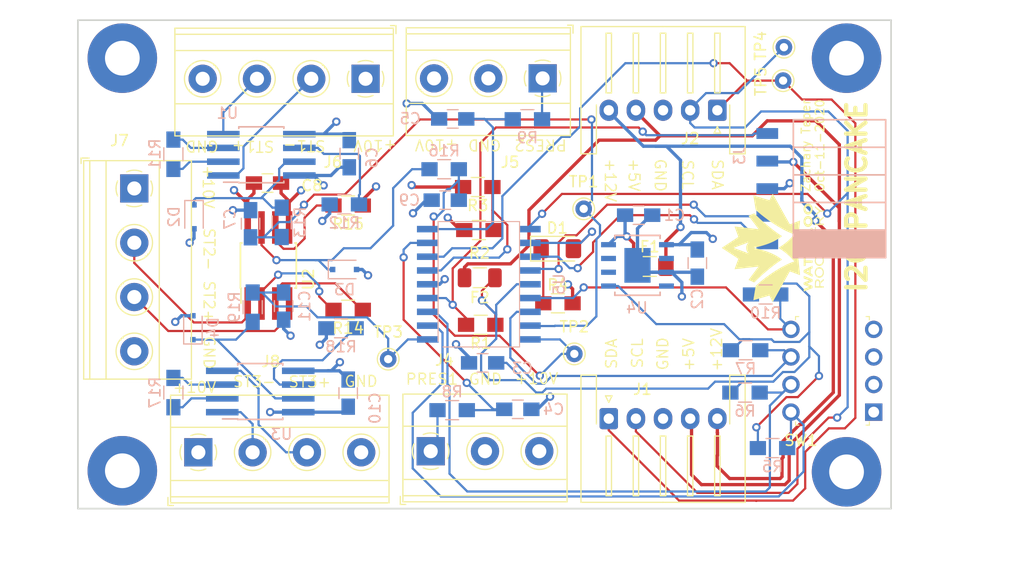
<source format=kicad_pcb>
(kicad_pcb (version 20171130) (host pcbnew "(5.1.4)-1")
  (layers (0 F.Cu mixed) (1 In1.Cu power hide) (2 In2.Cu power hide) (31 B.Cu mixed) (34 B.Paste user) (35 F.Paste user) (36 B.SilkS user) (37 F.SilkS user) (38 B.Mask user) (39 F.Mask user) (44 Edge.Cuts user))
  (net 0 "")
  (net 1 GND)
  (net 2 +10V)
  (net 3 /PRESSURE_1)
  (net 4 /PRESSURE_2)
  (net 5 /STRAIN_OUT_3)
  (net 6 /STRAIN_OUT_2)
  (net 7 /STRAIN_OUT_1)
  (net 8 "Net-(J6-Pad2)")
  (net 9 "Net-(J6-Pad3)")
  (net 10 "Net-(C1-Pad1)")
  (net 11 +5V)
  (net 12 "Net-(D1-Pad2)")
  (net 13 "Net-(D1-Pad1)")
  (net 14 +12V)
  (net 15 /SCL)
  (net 16 /SDA)
  (net 17 /ICSPCLK)
  (net 18 /ICSPDAT)
  (net 19 /~MCLR)
  (net 20 "Net-(R2-Pad2)")
  (net 21 /DIP_1)
  (net 22 /DIP_2)
  (net 23 /DIP_3)
  (net 24 /DIP_4)
  (net 25 "Net-(J7-Pad3)")
  (net 26 "Net-(J7-Pad2)")
  (net 27 "Net-(J8-Pad3)")
  (net 28 "Net-(J8-Pad2)")
  (net 29 "Net-(R11-Pad2)")
  (net 30 "Net-(R11-Pad1)")
  (net 31 "Net-(R12-Pad2)")
  (net 32 "Net-(R14-Pad2)")
  (net 33 VDD)
  (net 34 "Net-(D2-Pad1)")
  (net 35 "Net-(D3-Pad1)")
  (net 36 "Net-(D4-Pad1)")
  (net 37 /P1_IN)
  (net 38 /P2_IN)
  (net 39 "Net-(R14-Pad1)")
  (net 40 "Net-(R15-Pad2)")
  (net 41 "Net-(R17-Pad2)")
  (net 42 "Net-(R17-Pad1)")
  (net 43 "Net-(R18-Pad2)")
  (net 44 "Net-(U4-Pad7)")
  (net 45 "Net-(U4-Pad6)")
  (net 46 "Net-(U4-Pad4)")
  (net 47 "Net-(U4-Pad2)")
  (module footprints:MountingHole_3.2mm_M3_Pad (layer F.Cu) (at 160.454 130.853)
    (fp_text reference REF** hide)
    (fp_text value MountingHole_3.2mm_M3_Pad)
    (pad 1 thru_hole circle (at 0 0) (size 6.4 6.4) (drill 3.2) (layers *.Cu *.Mask))
  )
  (module footprints:MountingHole_3.2mm_M3_Pad (layer F.Cu) (at 160.454 92.753)
    (fp_text reference REF** hide)
    (fp_text value MountingHole_3.2mm_M3_Pad)
    (pad 1 thru_hole circle (at 0 0) (size 6.4 6.4) (drill 3.2) (layers *.Cu *.Mask))
  )
  (module footprints:MountingHole_3.2mm_M3_Pad (layer F.Cu) (at 93.754 92.753)
    (fp_text reference REF** hide)
    (fp_text value MountingHole_3.2mm_M3_Pad)
    (pad 1 thru_hole circle (at 0 0) (size 6.4 6.4) (drill 3.2) (layers *.Cu *.Mask))
  )
  (module footprints:MountingHole_3.2mm_M3_Pad (layer F.Cu) (at 93.754 130.753)
    (fp_text reference REF** hide)
    (fp_text value MountingHole_3.2mm_M3_Pad)
    (pad 1 thru_hole circle (at 0 0) (size 6.4 6.4) (drill 3.2) (layers *.Cu *.Mask))
  )
  (module footprints:R_0805_HandSoldering (layer B.Cu) (at 131.0602 98.3742)
    (fp_text reference R9 (at 0 1.7) (layer B.SilkS) (effects (justify mirror)))
    (fp_text value 150)
    (pad 2 smd rect (at 1.35 0) (size 1.5 1.3) (layers B.Cu B.Paste B.Mask) (net 38 /P2_IN))
    (pad 1 smd rect (at -1.35 0) (size 1.5 1.3) (layers B.Cu B.Paste B.Mask) (net 4 /PRESSURE_2))
  )
  (module footprints:R_0805_HandSoldering (layer B.Cu) (at 124.1298 125.1712 180)
    (fp_text reference R8 (at 0 1.7) (layer B.SilkS) (effects (justify mirror)))
    (fp_text value 150)
    (pad 2 smd rect (at 1.35 0 180) (size 1.5 1.3) (layers B.Cu B.Paste B.Mask) (net 37 /P1_IN))
    (pad 1 smd rect (at -1.35 0 180) (size 1.5 1.3) (layers B.Cu B.Paste B.Mask) (net 3 /PRESSURE_1))
  )
  (module footprints:R_0805_HandSoldering (layer B.Cu) (at 105.7604 115.6884 270)
    (fp_text reference R19 (at 0 1.7 90) (layer B.SilkS) (effects (justify mirror)))
    (fp_text value 150)
    (pad 2 smd rect (at 1.35 0 270) (size 1.5 1.3) (layers B.Cu B.Paste B.Mask) (net 36 "Net-(D4-Pad1)"))
    (pad 1 smd rect (at -1.35 0 270) (size 1.5 1.3) (layers B.Cu B.Paste B.Mask) (net 5 /STRAIN_OUT_3))
  )
  (module footprints:R_0805_HandSoldering (layer B.Cu) (at 123.3942 102.981 180)
    (fp_text reference R16 (at 0 1.7) (layer B.SilkS) (effects (justify mirror)))
    (fp_text value 150)
    (pad 2 smd rect (at 1.35 0 180) (size 1.5 1.3) (layers B.Cu B.Paste B.Mask) (net 35 "Net-(D3-Pad1)"))
    (pad 1 smd rect (at -1.35 0 180) (size 1.5 1.3) (layers B.Cu B.Paste B.Mask) (net 6 /STRAIN_OUT_2))
  )
  (module footprints:R_0805_HandSoldering (layer B.Cu) (at 108.4326 107.8738 90)
    (fp_text reference R13 (at 0 1.7 90) (layer B.SilkS) (effects (justify mirror)))
    (fp_text value 150)
    (pad 2 smd rect (at 1.35 0 90) (size 1.5 1.3) (layers B.Cu B.Paste B.Mask) (net 34 "Net-(D2-Pad1)"))
    (pad 1 smd rect (at -1.35 0 90) (size 1.5 1.3) (layers B.Cu B.Paste B.Mask) (net 7 /STRAIN_OUT_1))
  )
  (module TerminalBlock_Phoenix:TerminalBlock_Phoenix_MKDS-1,5-3_1x03_P5.00mm_Horizontal (layer F.Cu) (at 132.461 94.615 180)
    (fp_text reference J5 (at 2.9972 -7.7216) (layer F.SilkS))
    (fp_text value Conn_01x03)
    (pad 3 thru_hole circle (at 10 0 180) (size 2.6 2.6) (drill 1.3) (layers *.Cu *.Mask) (net 2 +10V))
    (pad 2 thru_hole circle (at 5 0 180) (size 2.6 2.6) (drill 1.3) (layers *.Cu *.Mask) (net 1 GND))
    (pad 1 thru_hole rect (at 0 0 180) (size 2.6 2.6) (drill 1.3) (layers *.Cu *.Mask) (net 38 /P2_IN))
  )
  (module footprints:C_0805_HandSoldering (layer B.Cu) (at 124.1806 98.3488 180)
    (fp_text reference C5 (at 3.9116 0.0254) (layer B.SilkS) (effects (justify mirror)))
    (fp_text value "1 uF")
    (pad 2 smd rect (at 1.25 0 180) (size 1.5 1.25) (layers B.Cu B.Paste B.Mask) (net 1 GND))
    (pad 1 smd rect (at -1.25 0 180) (size 1.5 1.25) (layers B.Cu B.Paste B.Mask) (net 4 /PRESSURE_2))
  )
  (module footprints:C_0805_HandSoldering (layer B.Cu) (at 130.175 125.095)
    (fp_text reference C4 (at 3.302 0 180) (layer B.SilkS) (effects (justify mirror)))
    (fp_text value "1 uF")
    (pad 2 smd rect (at 1.25 0) (size 1.5 1.25) (layers B.Cu B.Paste B.Mask) (net 1 GND))
    (pad 1 smd rect (at -1.25 0) (size 1.5 1.25) (layers B.Cu B.Paste B.Mask) (net 3 /PRESSURE_1))
  )
  (module footprints:C_0805_HandSoldering (layer B.Cu) (at 108.6104 115.5884 270)
    (fp_text reference C11 (at 0.007 -1.9304 90) (layer B.SilkS) (effects (justify mirror)))
    (fp_text value "1 uF")
    (pad 2 smd rect (at 1.25 0 270) (size 1.5 1.25) (layers B.Cu B.Paste B.Mask) (net 1 GND))
    (pad 1 smd rect (at -1.25 0 270) (size 1.5 1.25) (layers B.Cu B.Paste B.Mask) (net 5 /STRAIN_OUT_3))
  )
  (module footprints:C_0805_HandSoldering (layer B.Cu) (at 123.4942 105.831 180)
    (fp_text reference C9 (at 3.302 0) (layer B.SilkS) (effects (justify mirror)))
    (fp_text value "1 uF")
    (pad 2 smd rect (at 1.25 0 180) (size 1.5 1.25) (layers B.Cu B.Paste B.Mask) (net 1 GND))
    (pad 1 smd rect (at -1.25 0 180) (size 1.5 1.25) (layers B.Cu B.Paste B.Mask) (net 6 /STRAIN_OUT_2))
  )
  (module footprints:C_0805_HandSoldering (layer B.Cu) (at 105.5624 108.0008 90)
    (fp_text reference C7 (at 0.4318 -1.905 90) (layer B.SilkS) (effects (justify mirror)))
    (fp_text value "1 uF")
    (pad 2 smd rect (at 1.25 0 90) (size 1.5 1.25) (layers B.Cu B.Paste B.Mask) (net 1 GND))
    (pad 1 smd rect (at -1.25 0 90) (size 1.5 1.25) (layers B.Cu B.Paste B.Mask) (net 7 /STRAIN_OUT_1))
  )
  (module TerminalBlock_Phoenix:TerminalBlock_Phoenix_MKDS-1,5-3_1x03_P5.00mm_Horizontal (layer F.Cu) (at 122.154 128.953)
    (fp_text reference J4 (at 1.2566 -8.3906) (layer F.SilkS))
    (fp_text value Conn_01x03)
    (pad 3 thru_hole circle (at 10 0) (size 2.6 2.6) (drill 1.3) (layers *.Cu *.Mask) (net 2 +10V))
    (pad 2 thru_hole circle (at 5 0) (size 2.6 2.6) (drill 1.3) (layers *.Cu *.Mask) (net 1 GND))
    (pad 1 thru_hole rect (at 0 0) (size 2.6 2.6) (drill 1.3) (layers *.Cu *.Mask) (net 37 /P1_IN))
  )
  (module custom:TestPoint (layer F.Cu) (at 154.6098 91.821)
    (fp_text reference TP5 (at -2.0574 3.0734 90) (layer F.SilkS))
    (fp_text value TestPoint)
    (pad 1 thru_hole circle (at 0 3) (size 1.524 1.524) (drill 0.762) (layers *.Cu *.Mask) (net 16 /SDA))
  )
  (module custom:TestPoint (layer F.Cu) (at 154.686 88.7448)
    (fp_text reference TP4 (at -2.159 2.873 90) (layer F.SilkS))
    (fp_text value TestPoint)
    (pad 1 thru_hole circle (at 0 3) (size 1.524 1.524) (drill 0.762) (layers *.Cu *.Mask) (net 15 /SCL))
  )
  (module Fuse:Fuse_1206_3216Metric (layer F.Cu) (at 126.6698 112.9792 180)
    (fp_text reference F2 (at 0 -1.82) (layer F.SilkS))
    (fp_text value Fuse)
    (pad 2 smd roundrect (at 1.4 0 180) (size 1.25 1.75) (layers F.Cu F.Paste F.Mask) (roundrect_rratio 0.2) (net 11 +5V))
    (pad 1 smd roundrect (at -1.4 0 180) (size 1.25 1.75) (layers F.Cu F.Paste F.Mask) (roundrect_rratio 0.2) (net 33 VDD))
  )
  (module footprints:BDJ0FC0WEFJ-E2 (layer B.Cu) (at 141.1986 111.8362 180)
    (fp_text reference U4 (at 0.0508 -3.9116) (layer B.SilkS) (effects (justify mirror)))
    (fp_text value BDJ0FC0WEFJ-E2)
    (pad EPAD smd rect (at 0 0 180) (size 2.413 3.2004) (layers B.Cu B.Paste B.Mask) (net 1 GND))
    (pad 8 smd rect (at 2.667 1.905 180) (size 1.3716 0.4826) (layers B.Cu B.Paste B.Mask) (net 10 "Net-(C1-Pad1)"))
    (pad 7 smd rect (at 2.667 0.635 180) (size 1.3716 0.4826) (layers B.Cu B.Paste B.Mask) (net 44 "Net-(U4-Pad7)"))
    (pad 6 smd rect (at 2.667 -0.635 180) (size 1.3716 0.4826) (layers B.Cu B.Paste B.Mask) (net 45 "Net-(U4-Pad6)"))
    (pad 5 smd rect (at 2.667 -1.905 180) (size 1.3716 0.4826) (layers B.Cu B.Paste B.Mask) (net 33 VDD))
    (pad 4 smd rect (at -2.667 -1.905 180) (size 1.3716 0.4826) (layers B.Cu B.Paste B.Mask) (net 46 "Net-(U4-Pad4)"))
    (pad 3 smd rect (at -2.667 -0.635 180) (size 1.3716 0.4826) (layers B.Cu B.Paste B.Mask) (net 1 GND))
    (pad 2 smd rect (at -2.667 0.635 180) (size 1.3716 0.4826) (layers B.Cu B.Paste B.Mask) (net 47 "Net-(U4-Pad2)"))
    (pad 1 smd rect (at -2.667 1.905 180) (size 1.3716 0.4826) (layers B.Cu B.Paste B.Mask) (net 2 +10V))
  )
  (module Fuse:Fuse_1206_3216Metric_Pad1.42x1.75mm_HandSolder (layer F.Cu) (at 142.3273 111.9378)
    (fp_text reference F1 (at 0 -1.82) (layer F.SilkS))
    (fp_text value Fuse)
    (pad 2 smd roundrect (at 1.4875 0) (size 1.425 1.75) (layers F.Cu F.Paste F.Mask) (roundrect_rratio 0.175439) (net 14 +12V))
    (pad 1 smd roundrect (at -1.4875 0) (size 1.425 1.75) (layers F.Cu F.Paste F.Mask) (roundrect_rratio 0.175439) (net 10 "Net-(C1-Pad1)"))
  )
  (module Diode_SMD:D_SOD-323F (layer B.Cu) (at 100.2538 117.5766 90)
    (fp_text reference D4 (at 0 1.85 270) (layer B.SilkS) (effects (justify mirror)))
    (fp_text value DDZ4V7ASF-7)
    (pad 2 smd rect (at 1.1 0 90) (size 0.5 0.5) (layers B.Cu B.Paste B.Mask) (net 1 GND))
    (pad 1 smd rect (at -1.1 0 90) (size 0.5 0.5) (layers B.Cu B.Paste B.Mask) (net 36 "Net-(D4-Pad1)"))
  )
  (module Diode_SMD:D_SOD-323F (layer B.Cu) (at 114.2238 112.2172)
    (fp_text reference D3 (at 0 1.85) (layer B.SilkS) (effects (justify mirror)))
    (fp_text value DDZ4V7ASF-7)
    (pad 2 smd rect (at 1.1 0) (size 0.5 0.5) (layers B.Cu B.Paste B.Mask) (net 1 GND))
    (pad 1 smd rect (at -1.1 0) (size 0.5 0.5) (layers B.Cu B.Paste B.Mask) (net 35 "Net-(D3-Pad1)"))
  )
  (module Diode_SMD:D_SOD-323F (layer B.Cu) (at 100.3554 107.3658 270)
    (fp_text reference D2 (at 0 1.85 270) (layer B.SilkS) (effects (justify mirror)))
    (fp_text value DDZ4V7ASF-7)
    (pad 2 smd rect (at 1.1 0 270) (size 0.5 0.5) (layers B.Cu B.Paste B.Mask) (net 1 GND))
    (pad 1 smd rect (at -1.1 0 270) (size 0.5 0.5) (layers B.Cu B.Paste B.Mask) (net 34 "Net-(D2-Pad1)"))
  )
  (module footprints:C_0805_HandSoldering (layer B.Cu) (at 141.3056 107.2134)
    (fp_text reference C1 (at 3.302 0) (layer B.SilkS) (effects (justify mirror)))
    (fp_text value "1 uF")
    (pad 2 smd rect (at 1.25 0) (size 1.5 1.25) (layers B.Cu B.Paste B.Mask) (net 1 GND))
    (pad 1 smd rect (at -1.25 0) (size 1.5 1.25) (layers B.Cu B.Paste B.Mask) (net 10 "Net-(C1-Pad1)"))
  )
  (module footprints:C_0805_HandSoldering (layer B.Cu) (at 114.554 123.603 270)
    (fp_text reference C10 (at 1.3904 -2.4638 270) (layer B.SilkS) (effects (justify mirror)))
    (fp_text value 0.1uF)
    (pad 2 smd rect (at 1.25 0 270) (size 1.5 1.25) (layers B.Cu B.Paste B.Mask) (net 2 +10V))
    (pad 1 smd rect (at -1.25 0 270) (size 1.5 1.25) (layers B.Cu B.Paste B.Mask) (net 1 GND))
  )
  (module footprints:C_0805_HandSoldering (layer B.Cu) (at 114.654 101.553 270)
    (fp_text reference C6 (at 0.3772 -2.0844 270) (layer B.SilkS) (effects (justify mirror)))
    (fp_text value 0.1uF)
    (pad 2 smd rect (at 1.25 0 270) (size 1.5 1.25) (layers B.Cu B.Paste B.Mask) (net 2 +10V))
    (pad 1 smd rect (at -1.25 0 270) (size 1.5 1.25) (layers B.Cu B.Paste B.Mask) (net 1 GND))
  )
  (module footprints:C_0805_HandSoldering (layer F.Cu) (at 107.1238 104.2556 180)
    (fp_text reference C8 (at -4.0948 -0.2286) (layer F.SilkS))
    (fp_text value 0.1uF)
    (pad 2 smd rect (at 1.25 0 180) (size 1.5 1.25) (layers F.Cu F.Paste F.Mask) (net 2 +10V))
    (pad 1 smd rect (at -1.25 0 180) (size 1.5 1.25) (layers F.Cu F.Paste F.Mask) (net 1 GND))
  )
  (module footprints:C_0805_HandSoldering (layer B.Cu) (at 126.9358 120.8164)
    (fp_text reference C3 (at 3.65 0.5 180) (layer B.SilkS) (effects (justify mirror)))
    (fp_text value 0.1uF)
    (pad 2 smd rect (at 1.25 0) (size 1.5 1.25) (layers B.Cu B.Paste B.Mask) (net 33 VDD))
    (pad 1 smd rect (at -1.25 0) (size 1.5 1.25) (layers B.Cu B.Paste B.Mask) (net 1 GND))
  )
  (module footprints:R_0805_HandSoldering (layer B.Cu) (at 98.454 123.553 270)
    (fp_text reference R17 (at 0 1.7 90) (layer B.SilkS) (effects (justify mirror)))
    (fp_text value R)
    (pad 2 smd rect (at 1.35 0 270) (size 1.5 1.3) (layers B.Cu B.Paste B.Mask) (net 41 "Net-(R17-Pad2)"))
    (pad 1 smd rect (at -1.35 0 270) (size 1.5 1.3) (layers B.Cu B.Paste B.Mask) (net 42 "Net-(R17-Pad1)"))
  )
  (module footprints:R_0805_HandSoldering (layer F.Cu) (at 126.5936 108.585)
    (fp_text reference R2 (at 0.0508 2.1082) (layer F.SilkS))
    (fp_text value 10K)
    (pad 2 smd rect (at 1.35 0) (size 1.5 1.3) (layers F.Cu F.Paste F.Mask) (net 20 "Net-(R2-Pad2)"))
    (pad 1 smd rect (at -1.35 0) (size 1.5 1.3) (layers F.Cu F.Paste F.Mask) (net 2 +10V))
  )
  (module footprints:R_0805_HandSoldering (layer B.Cu) (at 113.8936 117.6274)
    (fp_text reference R18 (at 0 1.7 180) (layer B.SilkS) (effects (justify mirror)))
    (fp_text value 0)
    (pad 2 smd rect (at 1.35 0) (size 1.5 1.3) (layers B.Cu B.Paste B.Mask) (net 43 "Net-(R18-Pad2)"))
    (pad 1 smd rect (at -1.35 0) (size 1.5 1.3) (layers B.Cu B.Paste B.Mask) (net 1 GND))
  )
  (module footprints:R_0805_HandSoldering (layer F.Cu) (at 126.4882 104.6226 180)
    (fp_text reference R3 (at 0 -1.7) (layer F.SilkS))
    (fp_text value 5K)
    (pad 2 smd rect (at 1.35 0 180) (size 1.5 1.3) (layers F.Cu F.Paste F.Mask) (net 1 GND))
    (pad 1 smd rect (at -1.35 0 180) (size 1.5 1.3) (layers F.Cu F.Paste F.Mask) (net 20 "Net-(R2-Pad2)"))
  )
  (module footprints:R_0805_HandSoldering (layer B.Cu) (at 98.454 101.603 270)
    (fp_text reference R11 (at 0 1.7 90) (layer B.SilkS) (effects (justify mirror)))
    (fp_text value R)
    (pad 2 smd rect (at 1.35 0 270) (size 1.5 1.3) (layers B.Cu B.Paste B.Mask) (net 29 "Net-(R11-Pad2)"))
    (pad 1 smd rect (at -1.35 0 270) (size 1.5 1.3) (layers B.Cu B.Paste B.Mask) (net 30 "Net-(R11-Pad1)"))
  )
  (module footprints:R_0805_HandSoldering (layer B.Cu) (at 114.1984 106.2228)
    (fp_text reference R12 (at 0 1.7 180) (layer B.SilkS) (effects (justify mirror)))
    (fp_text value 0)
    (pad 2 smd rect (at 1.35 0) (size 1.5 1.3) (layers B.Cu B.Paste B.Mask) (net 31 "Net-(R12-Pad2)"))
    (pad 1 smd rect (at -1.35 0) (size 1.5 1.3) (layers B.Cu B.Paste B.Mask) (net 1 GND))
  )
  (module footprints:R_0805_HandSoldering (layer F.Cu) (at 114.5502 115.9256 180)
    (fp_text reference R14 (at 0 -1.7 180) (layer F.SilkS))
    (fp_text value R)
    (pad 2 smd rect (at 1.35 0 180) (size 1.5 1.3) (layers F.Cu F.Paste F.Mask) (net 32 "Net-(R14-Pad2)"))
    (pad 1 smd rect (at -1.35 0 180) (size 1.5 1.3) (layers F.Cu F.Paste F.Mask) (net 39 "Net-(R14-Pad1)"))
  )
  (module footprints:R_0805_HandSoldering (layer F.Cu) (at 114.5502 106.3244 180)
    (fp_text reference R15 (at 0 -1.7 180) (layer F.SilkS))
    (fp_text value 0)
    (pad 2 smd rect (at 1.35 0 180) (size 1.5 1.3) (layers F.Cu F.Paste F.Mask) (net 40 "Net-(R15-Pad2)"))
    (pad 1 smd rect (at -1.35 0 180) (size 1.5 1.3) (layers F.Cu F.Paste F.Mask) (net 1 GND))
  )
  (module footprints:R_0805_HandSoldering (layer B.Cu) (at 153.6366 128.665)
    (fp_text reference R5 (at 0 1.7 180) (layer B.SilkS) (effects (justify mirror)))
    (fp_text value 10K)
    (pad 2 smd rect (at 1.35 0) (size 1.5 1.3) (layers B.Cu B.Paste B.Mask) (net 21 /DIP_1))
    (pad 1 smd rect (at -1.35 0) (size 1.5 1.3) (layers B.Cu B.Paste B.Mask) (net 33 VDD))
  )
  (module footprints:R_0805_HandSoldering (layer B.Cu) (at 151.104 123.553)
    (fp_text reference R6 (at 0 1.7 180) (layer B.SilkS) (effects (justify mirror)))
    (fp_text value 10K)
    (pad 2 smd rect (at 1.35 0) (size 1.5 1.3) (layers B.Cu B.Paste B.Mask) (net 22 /DIP_2))
    (pad 1 smd rect (at -1.35 0) (size 1.5 1.3) (layers B.Cu B.Paste B.Mask) (net 33 VDD))
  )
  (module footprints:R_0805_HandSoldering (layer B.Cu) (at 151.154 119.653)
    (fp_text reference R7 (at 0 1.7 180) (layer B.SilkS) (effects (justify mirror)))
    (fp_text value 10K)
    (pad 2 smd rect (at 1.35 0) (size 1.5 1.3) (layers B.Cu B.Paste B.Mask) (net 23 /DIP_3))
    (pad 1 smd rect (at -1.35 0) (size 1.5 1.3) (layers B.Cu B.Paste B.Mask) (net 33 VDD))
  )
  (module footprints:R_0805_HandSoldering (layer F.Cu) (at 126.7596 117.3112 180)
    (fp_text reference R1 (at 0 -1.7) (layer F.SilkS))
    (fp_text value 10K)
    (pad 2 smd rect (at 1.35 0 180) (size 1.5 1.3) (layers F.Cu F.Paste F.Mask) (net 19 /~MCLR))
    (pad 1 smd rect (at -1.35 0 180) (size 1.5 1.3) (layers F.Cu F.Paste F.Mask) (net 33 VDD))
  )
  (module footprints:R_0805_HandSoldering (layer B.Cu) (at 152.9978 114.5172)
    (fp_text reference R10 (at 0 1.7 180) (layer B.SilkS) (effects (justify mirror)))
    (fp_text value 10K)
    (pad 2 smd rect (at 1.35 0) (size 1.5 1.3) (layers B.Cu B.Paste B.Mask) (net 24 /DIP_4))
    (pad 1 smd rect (at -1.35 0) (size 1.5 1.3) (layers B.Cu B.Paste B.Mask) (net 33 VDD))
  )
  (module footprints:R_0805_HandSoldering (layer F.Cu) (at 133.8716 115.33)
    (fp_text reference R4 (at 0 -1.7) (layer F.SilkS))
    (fp_text value 330)
    (pad 2 smd rect (at 1.35 0) (size 1.5 1.3) (layers F.Cu F.Paste F.Mask) (net 1 GND))
    (pad 1 smd rect (at -1.35 0) (size 1.5 1.3) (layers F.Cu F.Paste F.Mask) (net 13 "Net-(D1-Pad1)"))
  )
  (module footprints:DIP_SWITCH_4X2 (layer F.Cu) (at 162.954 125.353 180)
    (fp_text reference SW1 (at 6.7 -2.6) (layer F.SilkS))
    (fp_text value SW_DIP_x04)
    (pad 1 thru_hole rect (at 0 0 180) (size 1.6 1.6) (drill 1) (layers *.Cu *.Mask) (net 1 GND))
    (pad 2 thru_hole circle (at 0 2.54 180) (size 1.6 1.6) (drill 1) (layers *.Cu *.Mask) (net 1 GND))
    (pad 3 thru_hole circle (at 0 5.08 180) (size 1.6 1.6) (drill 1) (layers *.Cu *.Mask) (net 1 GND))
    (pad 4 thru_hole circle (at 0 7.62 180) (size 1.6 1.6) (drill 1) (layers *.Cu *.Mask) (net 1 GND))
    (pad 5 thru_hole circle (at 7.62 7.62 180) (size 1.6 1.6) (drill 1) (layers *.Cu *.Mask) (net 24 /DIP_4))
    (pad 6 thru_hole circle (at 7.62 5.08 180) (size 1.6 1.6) (drill 1) (layers *.Cu *.Mask) (net 23 /DIP_3))
    (pad 7 thru_hole circle (at 7.62 2.54 180) (size 1.6 1.6) (drill 1) (layers *.Cu *.Mask) (net 22 /DIP_2))
    (pad 8 thru_hole circle (at 7.62 0 180) (size 1.6 1.6) (drill 1) (layers *.Cu *.Mask) (net 21 /DIP_1))
  )
  (module footprints:SOIC-8_3.9x4.9mm_Pitch1.27mm_HandSoldering (layer B.Cu) (at 106.554 101.653)
    (fp_text reference U1 (at -3.1252 -3.8376) (layer B.SilkS) (effects (justify mirror)))
    (fp_text value INA826)
    (pad 8 smd rect (at 3.5 1.905) (size 3 0.6) (layers B.Cu B.Paste B.Mask) (net 2 +10V))
    (pad 7 smd rect (at 3.5 0.635) (size 3 0.6) (layers B.Cu B.Paste B.Mask) (net 34 "Net-(D2-Pad1)"))
    (pad 6 smd rect (at 3.5 -0.635) (size 3 0.6) (layers B.Cu B.Paste B.Mask) (net 31 "Net-(R12-Pad2)"))
    (pad 5 smd rect (at 3.5 -1.905) (size 3 0.6) (layers B.Cu B.Paste B.Mask) (net 1 GND))
    (pad 4 smd rect (at -3.5 -1.905) (size 3 0.6) (layers B.Cu B.Paste B.Mask) (net 9 "Net-(J6-Pad3)"))
    (pad 3 smd rect (at -3.5 -0.635) (size 3 0.6) (layers B.Cu B.Paste B.Mask) (net 30 "Net-(R11-Pad1)"))
    (pad 2 smd rect (at -3.5 0.635) (size 3 0.6) (layers B.Cu B.Paste B.Mask) (net 29 "Net-(R11-Pad2)"))
    (pad 1 smd rect (at -3.5 1.905) (size 3 0.6) (layers B.Cu B.Paste B.Mask) (net 8 "Net-(J6-Pad2)"))
  )
  (module footprints:SOIC-8_3.9x4.9mm_Pitch1.27mm_HandSoldering (layer F.Cu) (at 107.2054 111.8502 90)
    (fp_text reference U2 (at -1.27 3.683 90) (layer F.SilkS))
    (fp_text value INA826)
    (pad 8 smd rect (at 3.5 -1.905 90) (size 3 0.6) (layers F.Cu F.Paste F.Mask) (net 2 +10V))
    (pad 7 smd rect (at 3.5 -0.635 90) (size 3 0.6) (layers F.Cu F.Paste F.Mask) (net 35 "Net-(D3-Pad1)"))
    (pad 6 smd rect (at 3.5 0.635 90) (size 3 0.6) (layers F.Cu F.Paste F.Mask) (net 40 "Net-(R15-Pad2)"))
    (pad 5 smd rect (at 3.5 1.905 90) (size 3 0.6) (layers F.Cu F.Paste F.Mask) (net 1 GND))
    (pad 4 smd rect (at -3.5 1.905 90) (size 3 0.6) (layers F.Cu F.Paste F.Mask) (net 25 "Net-(J7-Pad3)"))
    (pad 3 smd rect (at -3.5 0.635 90) (size 3 0.6) (layers F.Cu F.Paste F.Mask) (net 39 "Net-(R14-Pad1)"))
    (pad 2 smd rect (at -3.5 -0.635 90) (size 3 0.6) (layers F.Cu F.Paste F.Mask) (net 32 "Net-(R14-Pad2)"))
    (pad 1 smd rect (at -3.5 -1.905 90) (size 3 0.6) (layers F.Cu F.Paste F.Mask) (net 26 "Net-(J7-Pad2)"))
  )
  (module custom:PIC16F1826-ISO (layer B.Cu) (at 126.5856 113.5774 90)
    (fp_text reference U5 (at 0 7.4 90) (layer B.SilkS) (effects (justify mirror)))
    (fp_text value PIC16F1826-ISO)
    (pad 1 smd rect (at -5.08 -4.7 90) (size 0.6 2) (layers B.Cu B.Paste B.Mask) (net 5 /STRAIN_OUT_3))
    (pad 2 smd rect (at -3.81 -4.7 90) (size 0.6 2) (layers B.Cu B.Paste B.Mask) (net 21 /DIP_1))
    (pad 3 smd rect (at -2.54 -4.7 90) (size 0.6 2) (layers B.Cu B.Paste B.Mask) (net 22 /DIP_2))
    (pad 4 smd rect (at -1.27 -4.7 90) (size 0.6 2) (layers B.Cu B.Paste B.Mask) (net 19 /~MCLR))
    (pad 5 smd rect (at 0 -4.7 90) (size 0.6 2) (layers B.Cu B.Paste B.Mask) (net 1 GND))
    (pad 6 smd rect (at 1.27 -4.7 90) (size 0.6 2) (layers B.Cu B.Paste B.Mask) (net 20 "Net-(R2-Pad2)"))
    (pad 7 smd rect (at 2.54 -4.7 90) (size 0.6 2) (layers B.Cu B.Paste B.Mask) (net 16 /SDA))
    (pad 8 smd rect (at 3.81 -4.7 90) (size 0.6 2) (layers B.Cu B.Paste B.Mask) (net 3 /PRESSURE_1))
    (pad 9 smd rect (at 5.08 -4.7 90) (size 0.6 2) (layers B.Cu B.Paste B.Mask) (net 4 /PRESSURE_2))
    (pad 10 smd rect (at 5.08 4.7 90) (size 0.6 2) (layers B.Cu B.Paste B.Mask) (net 15 /SCL))
    (pad 11 smd rect (at 3.81 4.7 90) (size 0.6 2) (layers B.Cu B.Paste B.Mask) (net 12 "Net-(D1-Pad2)"))
    (pad 12 smd rect (at 2.54 4.7 90) (size 0.6 2) (layers B.Cu B.Paste B.Mask) (net 17 /ICSPCLK))
    (pad 13 smd rect (at 1.27 4.7 90) (size 0.6 2) (layers B.Cu B.Paste B.Mask) (net 18 /ICSPDAT))
    (pad 14 smd rect (at 0 4.7 90) (size 0.6 2) (layers B.Cu B.Paste B.Mask) (net 33 VDD))
    (pad 15 smd rect (at -1.27 4.7 90) (size 0.6 2) (layers B.Cu B.Paste B.Mask) (net 24 /DIP_4))
    (pad 16 smd rect (at -2.54 4.7 90) (size 0.6 2) (layers B.Cu B.Paste B.Mask) (net 23 /DIP_3))
    (pad 17 smd rect (at -3.81 4.7 90) (size 0.6 2) (layers B.Cu B.Paste B.Mask) (net 7 /STRAIN_OUT_1))
    (pad 18 smd rect (at -5.08 4.7 90) (size 0.6 2) (layers B.Cu B.Paste B.Mask) (net 6 /STRAIN_OUT_2))
  )
  (module LED_SMD:LED_1206_3216Metric_Pad1.42x1.75mm_HandSolder (layer F.Cu) (at 133.8103 110.3008)
    (fp_text reference D1 (at 0 -1.905) (layer F.SilkS))
    (fp_text value LED)
    (pad 2 smd roundrect (at 1.4875 0) (size 1.425 1.75) (layers F.Cu F.Paste F.Mask) (roundrect_rratio 0.175439) (net 12 "Net-(D1-Pad2)"))
    (pad 1 smd roundrect (at -1.4875 0) (size 1.425 1.75) (layers F.Cu F.Paste F.Mask) (roundrect_rratio 0.175439) (net 13 "Net-(D1-Pad1)"))
  )
  (module TerminalBlock_Phoenix:TerminalBlock_Phoenix_MKDS-1,5-4_1x04_P5.00mm_Horizontal (layer F.Cu) (at 100.754 129.053)
    (fp_text reference J8 (at 6.68 -8.3636) (layer F.SilkS))
    (fp_text value Conn_01x04)
    (pad 4 thru_hole circle (at 15 0) (size 2.6 2.6) (drill 1.3) (layers *.Cu *.Mask) (net 1 GND))
    (pad 3 thru_hole circle (at 10 0) (size 2.6 2.6) (drill 1.3) (layers *.Cu *.Mask) (net 27 "Net-(J8-Pad3)"))
    (pad 2 thru_hole circle (at 5 0) (size 2.6 2.6) (drill 1.3) (layers *.Cu *.Mask) (net 28 "Net-(J8-Pad2)"))
    (pad 1 thru_hole rect (at 0 0) (size 2.6 2.6) (drill 1.3) (layers *.Cu *.Mask) (net 2 +10V))
  )
  (module footprints:C_0805_HandSoldering (layer B.Cu) (at 146.7104 111.6276 270)
    (fp_text reference C2 (at 3.302 0 90) (layer B.SilkS) (effects (justify mirror)))
    (fp_text value "1 uF")
    (pad 2 smd rect (at 1.25 0 270) (size 1.5 1.25) (layers B.Cu B.Paste B.Mask) (net 1 GND))
    (pad 1 smd rect (at -1.25 0 270) (size 1.5 1.25) (layers B.Cu B.Paste B.Mask) (net 2 +10V))
  )
  (module custom:rocketry_logo_small (layer F.Cu) (at 153.668 110.225 90)
    (fp_text reference G*** hide)
    (fp_text value LOGO hide)
  )
  (module footprints:SOIC-8_3.9x4.9mm_Pitch1.27mm_HandSoldering (layer B.Cu) (at 106.454 123.453)
    (fp_text reference U3 (at 1.9532 3.928) (layer B.SilkS) (effects (justify mirror)))
    (fp_text value INA826)
    (pad 8 smd rect (at 3.5 1.905) (size 3 0.6) (layers B.Cu B.Paste B.Mask) (net 2 +10V))
    (pad 7 smd rect (at 3.5 0.635) (size 3 0.6) (layers B.Cu B.Paste B.Mask) (net 36 "Net-(D4-Pad1)"))
    (pad 6 smd rect (at 3.5 -0.635) (size 3 0.6) (layers B.Cu B.Paste B.Mask) (net 43 "Net-(R18-Pad2)"))
    (pad 5 smd rect (at 3.5 -1.905) (size 3 0.6) (layers B.Cu B.Paste B.Mask) (net 1 GND))
    (pad 4 smd rect (at -3.5 -1.905) (size 3 0.6) (layers B.Cu B.Paste B.Mask) (net 27 "Net-(J8-Pad3)"))
    (pad 3 smd rect (at -3.5 -0.635) (size 3 0.6) (layers B.Cu B.Paste B.Mask) (net 42 "Net-(R17-Pad1)"))
    (pad 2 smd rect (at -3.5 0.635) (size 3 0.6) (layers B.Cu B.Paste B.Mask) (net 41 "Net-(R17-Pad2)"))
    (pad 1 smd rect (at -3.5 1.905) (size 3 0.6) (layers B.Cu B.Paste B.Mask) (net 28 "Net-(J8-Pad2)"))
  )
  (module footprints:PinHeader_5x2.54_SMD_90deg_952-3198-1-ND (layer B.Cu) (at 153.154 109.853 90)
    (fp_text reference J3 (at 8.126 -2.5574 90) (layer B.SilkS) (effects (justify mirror)))
    (fp_text value Conn_01x05_Female)
    (pad 1 smd rect (at 0 0 90) (size 1 2) (layers B.Cu B.Paste B.Mask) (net 17 /ICSPCLK))
    (pad 2 smd rect (at 2.54 0 90) (size 1 2) (layers B.Cu B.Paste B.Mask) (net 18 /ICSPDAT))
    (pad 3 smd rect (at 5.08 0 90) (size 1 2) (layers B.Cu B.Paste B.Mask) (net 1 GND))
    (pad 4 smd rect (at 7.62 0 90) (size 1 2) (layers B.Cu B.Paste B.Mask) (net 11 +5V))
    (pad 5 smd rect (at 10.16 0 90) (size 1 2) (layers B.Cu B.Paste B.Mask) (net 19 /~MCLR))
  )
  (module Connector_JST:JST_XH_S5B-XH-A-1_1x05_P2.50mm_Horizontal (layer F.Cu) (at 148.554 97.553 180)
    (fp_text reference J2 (at 2.5 -2.6) (layer F.SilkS))
    (fp_text value Conn_01x05_Male)
    (pad 5 thru_hole oval (at 10 0 180) (size 1.7 1.95) (drill 0.95) (layers *.Cu *.Mask) (net 14 +12V))
    (pad 4 thru_hole oval (at 7.5 0 180) (size 1.7 1.95) (drill 0.95) (layers *.Cu *.Mask) (net 11 +5V))
    (pad 3 thru_hole oval (at 5 0 180) (size 1.7 1.95) (drill 0.95) (layers *.Cu *.Mask) (net 1 GND))
    (pad 2 thru_hole oval (at 2.5 0 180) (size 1.7 1.95) (drill 0.95) (layers *.Cu *.Mask) (net 15 /SCL))
    (pad 1 thru_hole roundrect (at 0 0 180) (size 1.7 1.95) (drill 0.95) (layers *.Cu *.Mask) (roundrect_rratio 0.147059) (net 16 /SDA))
  )
  (module TerminalBlock_Phoenix:TerminalBlock_Phoenix_MKDS-1,5-4_1x04_P5.00mm_Horizontal (layer F.Cu) (at 94.854 104.753 270)
    (fp_text reference J7 (at -4.409 1.3646 180) (layer F.SilkS))
    (fp_text value Conn_01x04)
    (pad 4 thru_hole circle (at 15 0 270) (size 2.6 2.6) (drill 1.3) (layers *.Cu *.Mask) (net 1 GND))
    (pad 3 thru_hole circle (at 10 0 270) (size 2.6 2.6) (drill 1.3) (layers *.Cu *.Mask) (net 25 "Net-(J7-Pad3)"))
    (pad 2 thru_hole circle (at 5 0 270) (size 2.6 2.6) (drill 1.3) (layers *.Cu *.Mask) (net 26 "Net-(J7-Pad2)"))
    (pad 1 thru_hole rect (at 0 0 270) (size 2.6 2.6) (drill 1.3) (layers *.Cu *.Mask) (net 2 +10V))
  )
  (module TerminalBlock_Phoenix:TerminalBlock_Phoenix_MKDS-1,5-4_1x04_P5.00mm_Horizontal (layer F.Cu) (at 116.154 94.653 180)
    (fp_text reference J6 (at 3.005 -7.6722) (layer F.SilkS))
    (fp_text value Conn_01x04)
    (pad 4 thru_hole circle (at 15 0 180) (size 2.6 2.6) (drill 1.3) (layers *.Cu *.Mask) (net 1 GND))
    (pad 3 thru_hole circle (at 10 0 180) (size 2.6 2.6) (drill 1.3) (layers *.Cu *.Mask) (net 9 "Net-(J6-Pad3)"))
    (pad 2 thru_hole circle (at 5 0 180) (size 2.6 2.6) (drill 1.3) (layers *.Cu *.Mask) (net 8 "Net-(J6-Pad2)"))
    (pad 1 thru_hole rect (at 0 0 180) (size 2.6 2.6) (drill 1.3) (layers *.Cu *.Mask) (net 2 +10V))
  )
  (module Connector_JST:JST_XH_S5B-XH-A-1_1x05_P2.50mm_Horizontal (layer F.Cu) (at 138.554 125.953)
    (fp_text reference J1 (at 3.1 -2.7) (layer F.SilkS))
    (fp_text value Conn_01x05_Male)
    (pad 5 thru_hole oval (at 10 0) (size 1.7 1.95) (drill 0.95) (layers *.Cu *.Mask) (net 14 +12V))
    (pad 4 thru_hole oval (at 7.5 0) (size 1.7 1.95) (drill 0.95) (layers *.Cu *.Mask) (net 11 +5V))
    (pad 3 thru_hole oval (at 5 0) (size 1.7 1.95) (drill 0.95) (layers *.Cu *.Mask) (net 1 GND))
    (pad 2 thru_hole oval (at 2.5 0) (size 1.7 1.95) (drill 0.95) (layers *.Cu *.Mask) (net 15 /SCL))
    (pad 1 thru_hole roundrect (at 0 0) (size 1.7 1.95) (drill 0.95) (layers *.Cu *.Mask) (roundrect_rratio 0.147059) (net 16 /SDA))
  )
  (module custom:TestPoint (layer F.Cu) (at 136.2456 103.6292)
    (fp_text reference TP1 (at 0 0.5) (layer F.SilkS))
    (fp_text value TestPoint)
    (pad 1 thru_hole circle (at 0 3) (size 1.524 1.524) (drill 0.762) (layers *.Cu *.Mask) (net 7 /STRAIN_OUT_1))
  )
  (module custom:TestPoint (layer F.Cu) (at 135.382 116.9896)
    (fp_text reference TP2 (at 0 0.5) (layer F.SilkS))
    (fp_text value TestPoint)
    (pad 1 thru_hole circle (at 0 3) (size 1.524 1.524) (drill 0.762) (layers *.Cu *.Mask) (net 6 /STRAIN_OUT_2))
  )
  (module custom:TestPoint (layer F.Cu) (at 118.237 117.4722)
    (fp_text reference TP3 (at 0 0.5) (layer F.SilkS))
    (fp_text value TestPoint)
    (pad 1 thru_hole circle (at 0 3) (size 1.524 1.524) (drill 0.762) (layers *.Cu *.Mask) (net 5 /STRAIN_OUT_3))
  )
  (gr_text SDA (at 148.5566 103.4682 270) (layer F.SilkS) (effects (font (size 1.00076 1.00076) (thickness 0.127))))
  (gr_text SCL (at 145.8134 103.4936 270) (layer F.SilkS) (effects (font (size 1.00076 1.00076) (thickness 0.127))))
  (gr_text +5V (at 140.8858 103.519 270) (layer F.SilkS) (effects (font (size 1.00076 1.00076) (thickness 0.127))))
  (gr_text +12V (at 138.7014 104.0016 270) (layer F.SilkS) (effects (font (size 1.00076 1.00076) (thickness 0.127))))
  (gr_text +12V (at 148.4804 119.5972 90) (layer F.SilkS) (effects (font (size 1.00076 1.00076) (thickness 0.127))))
  (gr_text +5V (at 145.915 120.0544 90) (layer F.SilkS) (effects (font (size 1.00076 1.00076) (thickness 0.127))))
  (gr_text SCL (at 141.1906 119.9274 90) (layer F.SilkS) (effects (font (size 1.00076 1.00076) (thickness 0.127))))
  (gr_text SDA (at 138.803 119.9782 90) (layer F.SilkS) (effects (font (size 1.00076 1.00076) (thickness 0.127))))
  (gr_text PRES2 (at 132.2752 100.7504 180) (layer F.SilkS) (effects (font (size 1.00076 1.00076) (thickness 0.127))))
  (gr_text ST1- (at 110.5074 100.8266 180) (layer F.SilkS) (effects (font (size 1.00076 1.00076) (thickness 0.127))))
  (gr_text ST1+ (at 105.783 100.8774 180) (layer F.SilkS) (effects (font (size 1.00076 1.00076) (thickness 0.127))))
  (gr_text ST2+ (at 101.7444 115.203 270) (layer F.SilkS) (effects (font (size 1.00076 1.00076) (thickness 0.127))))
  (gr_text "ST2-\n" (at 101.7444 110.3516 270) (layer F.SilkS) (effects (font (size 1.00076 1.00076) (thickness 0.127))))
  (gr_text ST3+ (at 111.0154 122.569) (layer F.SilkS) (effects (font (size 1.00076 1.00076) (thickness 0.127))))
  (gr_text ST3- (at 105.91 122.5436) (layer F.SilkS) (effects (font (size 1.00076 1.00076) (thickness 0.127))))
  (gr_text PRES1 (at 122.2676 122.315) (layer F.SilkS) (effects (font (size 1.00076 1.00076) (thickness 0.127))))
  (gr_text GND (at 143.5274 119.9782 90) (layer F.SilkS) (effects (font (size 1.00076 1.00076) (thickness 0.127))))
  (gr_text GND (at 143.2988 103.5444 270) (layer F.SilkS) (effects (font (size 1.00076 1.00076) (thickness 0.127))))
  (gr_text GND (at 127.119 100.7504 180) (layer F.SilkS) (effects (font (size 1.00076 1.00076) (thickness 0.127))))
  (gr_text GND (at 101.084 100.852 180) (layer F.SilkS) (effects (font (size 1.00076 1.00076) (thickness 0.127))))
  (gr_text GND (at 101.7444 119.8766 270) (layer F.SilkS) (effects (font (size 1.00076 1.00076) (thickness 0.127))))
  (gr_text GND (at 127.1952 122.315) (layer F.SilkS) (effects (font (size 1.00076 1.00076) (thickness 0.127))))
  (gr_text GND (at 115.7398 122.5182) (layer F.SilkS) (effects (font (size 1.00076 1.00076) (thickness 0.127))))
  (gr_text +10V (at 131.8942 122.2642) (layer F.SilkS) (effects (font (size 1.00076 1.00076) (thickness 0.127))))
  (gr_text +10V (at 122.6994 100.7504 180) (layer F.SilkS) (effects (font (size 1.00076 1.00076) (thickness 0.127))))
  (gr_text +10V (at 117.0352 100.8012 180) (layer F.SilkS) (effects (font (size 1.00076 1.00076) (thickness 0.127))))
  (gr_text +10V (at 101.6682 104.6112 270) (layer F.SilkS) (effects (font (size 1.00076 1.00076) (thickness 0.127))))
  (gr_text +10V (at 100.3982 123.077) (layer F.SilkS) (effects (font (size 1.00076 1.00076) (thickness 0.127))))
  (gr_line (start 89.662 134.239) (end 164.554 134.239) (angle 90) (layer Edge.Cuts) (width 0.15))
  (gr_text "Zachary Teper\nOct-11-2020" (at 157.354 105.153 90) (layer F.SilkS) (effects (font (size 0.8 0.8) (thickness 0.12)) (justify left)))
  (gr_text "I2C PANCAKE" (at 161.3916 114.5286 90) (layer F.SilkS) (effects (font (size 1.778 1.778) (thickness 0.4)) (justify left)))
  (gr_line (start 89.662 89.253) (end 164.554 89.253) (angle 90) (layer Edge.Cuts) (width 0.15))
  (gr_line (start 164.554 89.253) (end 164.554 134.239) (angle 90) (layer Edge.Cuts) (width 0.15))
  (gr_line (start 89.662 89.253) (end 89.662 134.239) (angle 90) (layer Edge.Cuts) (width 0.15))
  (segment (start 141.1986 111.8362) (end 141.8336 112.4712) (width 0.3048) (layer B.Cu) (net 1))
  (segment (start 142.4306 107.2134) (end 142.5556 107.2134) (width 0.3048) (layer B.Cu) (net 1))
  (segment (start 141.1986 108.4454) (end 142.4306 107.2134) (width 0.3048) (layer B.Cu) (net 1))
  (segment (start 141.1986 111.8362) (end 141.1986 108.4454) (width 0.3048) (layer B.Cu) (net 1))
  (via (at 124.4854 119.1006) (size 0.762) (drill 0.4191) (layers F.Cu B.Cu) (net 1))
  (segment (start 125.6858 120.8164) (end 125.6858 120.301) (width 0.3048) (layer B.Cu) (net 1))
  (segment (start 125.6858 120.301) (end 124.4854 119.1006) (width 0.3048) (layer B.Cu) (net 1))
  (via (at 133.1468 123.9266) (size 0.762) (drill 0.4191) (layers F.Cu B.Cu) (net 1))
  (segment (start 131.425 125.095) (end 131.9784 125.095) (width 0.3048) (layer B.Cu) (net 1))
  (segment (start 131.9784 125.095) (end 133.1468 123.9266) (width 0.3048) (layer B.Cu) (net 1))
  (segment (start 113.749 121.548) (end 114.554 122.353) (width 0.3048) (layer B.Cu) (net 1))
  (segment (start 112.7342 121.548) (end 112.658 121.548) (width 0.3048) (layer B.Cu) (net 1))
  (segment (start 112.7342 121.548) (end 113.749 121.548) (width 0.3048) (layer B.Cu) (net 1))
  (segment (start 109.954 121.548) (end 112.7342 121.548) (width 0.3048) (layer B.Cu) (net 1))
  (segment (start 112.7342 121.548) (end 112.9956 121.548) (width 0.3048) (layer B.Cu) (net 1))
  (via (at 113.792 120.7516) (size 0.762) (drill 0.4191) (layers F.Cu B.Cu) (net 1))
  (segment (start 112.9956 121.548) (end 113.792 120.7516) (width 0.3048) (layer B.Cu) (net 1))
  (via (at 98.6282 117.0432) (size 0.762) (drill 0.4191) (layers F.Cu B.Cu) (net 1))
  (segment (start 100.2538 116.4766) (end 99.1948 116.4766) (width 0.3048) (layer B.Cu) (net 1))
  (segment (start 99.1948 116.4766) (end 98.6282 117.0432) (width 0.3048) (layer B.Cu) (net 1))
  (via (at 119.9388 96.9264) (size 0.762) (drill 0.4191) (layers F.Cu B.Cu) (net 1))
  (segment (start 121.3832 96.9264) (end 119.9388 96.9264) (width 0.3048) (layer B.Cu) (net 1))
  (segment (start 122.9306 98.3488) (end 122.8056 98.3488) (width 0.3048) (layer B.Cu) (net 1))
  (segment (start 122.8056 98.3488) (end 121.3832 96.9264) (width 0.3048) (layer B.Cu) (net 1))
  (via (at 155.2194 104.266999) (size 0.762) (drill 0.4191) (layers F.Cu B.Cu) (net 1))
  (segment (start 153.154 104.773) (end 154.713399 104.773) (width 0.3048) (layer B.Cu) (net 1))
  (segment (start 154.713399 104.773) (end 155.2194 104.266999) (width 0.3048) (layer B.Cu) (net 1))
  (via (at 134.7978 113.5888) (size 0.762) (drill 0.4191) (layers F.Cu B.Cu) (net 1))
  (segment (start 135.2216 115.33) (end 135.2216 114.0126) (width 0.3048) (layer F.Cu) (net 1))
  (segment (start 135.2216 114.0126) (end 134.7978 113.5888) (width 0.3048) (layer F.Cu) (net 1))
  (via (at 99.949 109.7534) (size 0.762) (drill 0.4191) (layers F.Cu B.Cu) (net 1))
  (segment (start 100.3554 108.4658) (end 100.3554 109.347) (width 0.3048) (layer B.Cu) (net 1))
  (segment (start 100.3554 109.347) (end 99.949 109.7534) (width 0.3048) (layer B.Cu) (net 1))
  (via (at 103.9368 106.7562) (size 0.762) (drill 0.4191) (layers F.Cu B.Cu) (net 1))
  (segment (start 105.5624 106.7508) (end 103.9422 106.7508) (width 0.3048) (layer B.Cu) (net 1))
  (segment (start 103.9422 106.7508) (end 103.9368 106.7562) (width 0.3048) (layer B.Cu) (net 1))
  (via (at 123.444 113.1062) (size 0.762) (drill 0.4191) (layers F.Cu B.Cu) (net 1))
  (segment (start 121.8856 113.5774) (end 122.9728 113.5774) (width 0.3048) (layer B.Cu) (net 1))
  (segment (start 122.9728 113.5774) (end 123.444 113.1062) (width 0.3048) (layer B.Cu) (net 1))
  (via (at 109.2454 118.3132) (size 0.762) (drill 0.4191) (layers F.Cu B.Cu) (net 1))
  (segment (start 108.6104 116.8384) (end 108.6104 117.6782) (width 0.3048) (layer B.Cu) (net 1))
  (segment (start 108.6104 117.6782) (end 109.2454 118.3132) (width 0.3048) (layer B.Cu) (net 1))
  (via (at 111.9378 119.1514) (size 0.762) (drill 0.4191) (layers F.Cu B.Cu) (net 1))
  (segment (start 112.5436 117.6274) (end 112.5436 118.5456) (width 0.3048) (layer B.Cu) (net 1))
  (segment (start 112.5436 118.5456) (end 111.9378 119.1514) (width 0.3048) (layer B.Cu) (net 1))
  (segment (start 109.1104 105.922) (end 109.1104 108.3502) (width 0.3048) (layer F.Cu) (net 1))
  (segment (start 108.3738 105.1854) (end 109.1104 105.922) (width 0.3048) (layer F.Cu) (net 1))
  (segment (start 108.3738 104.2556) (end 108.3738 105.1854) (width 0.3048) (layer F.Cu) (net 1))
  (segment (start 114.099 99.748) (end 114.654 100.303) (width 0.3048) (layer B.Cu) (net 1))
  (via (at 113.4618 98.6028) (size 0.762) (drill 0.4191) (layers F.Cu B.Cu) (net 1))
  (segment (start 112.3928 99.6718) (end 113.4618 98.6028) (width 0.3048) (layer B.Cu) (net 1))
  (segment (start 112.3928 99.748) (end 112.3928 99.6718) (width 0.3048) (layer B.Cu) (net 1))
  (segment (start 112.3928 99.748) (end 114.099 99.748) (width 0.3048) (layer B.Cu) (net 1))
  (segment (start 110.054 99.748) (end 112.3928 99.748) (width 0.3048) (layer B.Cu) (net 1))
  (via (at 117.1194 104.5718) (size 0.762) (drill 0.4191) (layers F.Cu B.Cu) (net 1))
  (segment (start 115.9002 106.3244) (end 115.9002 105.791) (width 0.3048) (layer F.Cu) (net 1))
  (segment (start 115.9002 105.791) (end 117.1194 104.5718) (width 0.3048) (layer F.Cu) (net 1))
  (via (at 112.1664 107.7468) (size 0.762) (drill 0.4191) (layers F.Cu B.Cu) (net 1))
  (segment (start 112.8484 106.2228) (end 112.8484 107.0648) (width 0.3048) (layer B.Cu) (net 1))
  (segment (start 112.8484 107.0648) (end 112.1664 107.7468) (width 0.3048) (layer B.Cu) (net 1))
  (via (at 120.523 107.0356) (size 0.762) (drill 0.4191) (layers F.Cu B.Cu) (net 1))
  (segment (start 122.2442 105.831) (end 121.7276 105.831) (width 0.3048) (layer B.Cu) (net 1))
  (segment (start 121.7276 105.831) (end 120.523 107.0356) (width 0.3048) (layer B.Cu) (net 1))
  (via (at 120.396 104.4448) (size 0.762) (drill 0.4191) (layers F.Cu B.Cu) (net 1))
  (segment (start 125.1382 104.6226) (end 120.5738 104.6226) (width 0.3048) (layer F.Cu) (net 1))
  (segment (start 120.5738 104.6226) (end 120.396 104.4448) (width 0.3048) (layer F.Cu) (net 1))
  (via (at 116.3828 112.7506) (size 0.762) (drill 0.4191) (layers F.Cu B.Cu) (net 1))
  (segment (start 115.3238 112.2172) (end 115.8494 112.2172) (width 0.3048) (layer B.Cu) (net 1))
  (segment (start 115.8494 112.2172) (end 116.3828 112.7506) (width 0.3048) (layer B.Cu) (net 1))
  (segment (start 146.304 112.4712) (end 146.7104 112.8776) (width 0.3048) (layer B.Cu) (net 1))
  (segment (start 143.8656 112.4712) (end 146.304 112.4712) (width 0.3048) (layer B.Cu) (net 1))
  (segment (start 142.5702 112.4712) (end 144.3482 112.4712) (width 0.3048) (layer B.Cu) (net 1))
  (segment (start 142.5702 112.4712) (end 143.8656 112.4712) (width 0.3048) (layer B.Cu) (net 1))
  (segment (start 141.8336 112.4712) (end 142.5702 112.4712) (width 0.3048) (layer B.Cu) (net 1))
  (via (at 145.288 114.7064) (size 0.762) (drill 0.4191) (layers F.Cu B.Cu) (net 1))
  (segment (start 144.3482 112.4712) (end 145.288 113.411) (width 0.3048) (layer B.Cu) (net 1))
  (segment (start 145.288 113.411) (end 145.288 114.7064) (width 0.3048) (layer B.Cu) (net 1))
  (via (at 110.2106 104.9274) (size 0.762) (drill 0.4191) (layers F.Cu B.Cu) (net 1))
  (segment (start 109.1104 108.3502) (end 109.1104 106.0276) (width 0.3048) (layer F.Cu) (net 1))
  (segment (start 109.1104 106.0276) (end 110.2106 104.9274) (width 0.3048) (layer F.Cu) (net 1))
  (segment (start 146.264 109.9312) (end 146.7104 110.3776) (width 0.3048) (layer B.Cu) (net 2))
  (segment (start 114.049 125.358) (end 114.554 124.853) (width 0.3048) (layer B.Cu) (net 2))
  (segment (start 109.954 125.358) (end 114.049 125.358) (width 0.3048) (layer B.Cu) (net 2))
  (via (at 107.3658 125.349) (size 0.762) (drill 0.4191) (layers F.Cu B.Cu) (net 2))
  (segment (start 109.954 125.358) (end 107.3748 125.358) (width 0.3048) (layer B.Cu) (net 2))
  (segment (start 107.3748 125.358) (end 107.3658 125.349) (width 0.3048) (layer B.Cu) (net 2))
  (via (at 123.7234 107.442) (size 0.762) (drill 0.4191) (layers F.Cu B.Cu) (net 2))
  (segment (start 125.2436 108.585) (end 124.8664 108.585) (width 0.3048) (layer F.Cu) (net 2))
  (segment (start 124.8664 108.585) (end 123.7234 107.442) (width 0.3048) (layer F.Cu) (net 2))
  (via (at 148.1328 109.3978) (size 0.762) (drill 0.4191) (layers F.Cu B.Cu) (net 2))
  (segment (start 146.7104 110.3776) (end 147.153 110.3776) (width 0.3048) (layer B.Cu) (net 2))
  (via (at 112.2934 104.4702) (size 0.762) (drill 0.4191) (layers F.Cu B.Cu) (net 2))
  (segment (start 110.054 103.558) (end 111.3812 103.558) (width 0.3048) (layer B.Cu) (net 2))
  (segment (start 111.3812 103.558) (end 112.2934 104.4702) (width 0.3048) (layer B.Cu) (net 2))
  (segment (start 105.3004 105.7588) (end 105.3004 108.3502) (width 0.3048) (layer F.Cu) (net 2))
  (segment (start 105.8738 105.1854) (end 105.3004 105.7588) (width 0.3048) (layer F.Cu) (net 2))
  (segment (start 105.8738 104.2556) (end 105.8738 105.1854) (width 0.3048) (layer F.Cu) (net 2))
  (segment (start 112.9692 103.558) (end 110.054 103.558) (width 0.3048) (layer B.Cu) (net 2))
  (segment (start 113.7242 102.803) (end 112.9692 103.558) (width 0.3048) (layer B.Cu) (net 2))
  (segment (start 114.654 102.803) (end 113.7242 102.803) (width 0.3048) (layer B.Cu) (net 2))
  (segment (start 145.0848 109.9312) (end 145.0848 109.8804) (width 0.3048) (layer B.Cu) (net 2))
  (segment (start 145.0848 109.9312) (end 146.264 109.9312) (width 0.3048) (layer B.Cu) (net 2))
  (segment (start 143.8656 109.9312) (end 145.0848 109.9312) (width 0.3048) (layer B.Cu) (net 2))
  (segment (start 145.0848 109.8804) (end 146.1516 108.8136) (width 0.3048) (layer B.Cu) (net 2))
  (segment (start 147.5486 108.8136) (end 148.1328 109.3978) (width 0.3048) (layer B.Cu) (net 2))
  (segment (start 146.1516 108.8136) (end 147.5486 108.8136) (width 0.3048) (layer B.Cu) (net 2))
  (via (at 104.0384 104.908599) (size 0.762) (drill 0.4191) (layers F.Cu B.Cu) (net 2))
  (segment (start 105.3004 108.3502) (end 105.3004 106.170599) (width 0.3048) (layer F.Cu) (net 2))
  (segment (start 105.3004 106.170599) (end 104.0384 104.908599) (width 0.3048) (layer F.Cu) (net 2))
  (segment (start 128.8488 125.1712) (end 128.925 125.095) (width 0.2032) (layer B.Cu) (net 3))
  (segment (start 125.4798 125.1712) (end 128.8488 125.1712) (width 0.2032) (layer B.Cu) (net 3))
  (via (at 125.476 122.6566) (size 0.762) (drill 0.4191) (layers F.Cu B.Cu) (net 3))
  (segment (start 125.4798 122.6604) (end 125.476 122.6566) (width 0.2032) (layer B.Cu) (net 3))
  (via (at 119.6594 111.0996) (size 0.762) (drill 0.4191) (layers F.Cu B.Cu) (net 3))
  (segment (start 125.476 122.6566) (end 119.6594 116.84) (width 0.2032) (layer F.Cu) (net 3))
  (segment (start 119.6594 116.84) (end 119.6594 111.0996) (width 0.2032) (layer F.Cu) (net 3))
  (segment (start 119.6594 110.3884) (end 119.6594 111.0996) (width 0.2032) (layer B.Cu) (net 3))
  (segment (start 121.8856 109.7674) (end 120.2804 109.7674) (width 0.2032) (layer B.Cu) (net 3))
  (segment (start 120.2804 109.7674) (end 119.6594 110.3884) (width 0.2032) (layer B.Cu) (net 3))
  (segment (start 128.925 125.095) (end 127.8636 125.095) (width 0.2032) (layer B.Cu) (net 3))
  (segment (start 127.8636 125.0442) (end 125.476 122.6566) (width 0.2032) (layer B.Cu) (net 3))
  (segment (start 127.8636 125.095) (end 127.8636 125.0442) (width 0.2032) (layer B.Cu) (net 3))
  (segment (start 121.8856 108.4974) (end 127.31619 108.4974) (width 0.2032) (layer B.Cu) (net 4))
  (segment (start 127.1016 98.3488) (end 125.4306 98.3488) (width 0.2032) (layer B.Cu) (net 4))
  (segment (start 127.889 107.92459) (end 127.31619 108.4974) (width 0.2032) (layer B.Cu) (net 4))
  (segment (start 127.889 99.1362) (end 127.889 107.92459) (width 0.2032) (layer B.Cu) (net 4))
  (segment (start 127.889 99.1362) (end 127.1016 98.3488) (width 0.2032) (layer B.Cu) (net 4))
  (segment (start 127.127 98.3742) (end 129.7102 98.3742) (width 0.2032) (layer B.Cu) (net 4))
  (segment (start 127.1016 98.3488) (end 127.127 98.3742) (width 0.2032) (layer B.Cu) (net 4))
  (segment (start 120.0518 118.6574) (end 121.8856 118.6574) (width 0.2032) (layer B.Cu) (net 5))
  (segment (start 118.237 120.4722) (end 120.0518 118.6574) (width 0.2032) (layer B.Cu) (net 5))
  (segment (start 118.237 118.580718) (end 118.237 120.4722) (width 0.2032) (layer B.Cu) (net 5))
  (segment (start 116.278081 116.621799) (end 118.237 118.580718) (width 0.2032) (layer B.Cu) (net 5))
  (segment (start 111.721999 116.621799) (end 116.278081 116.621799) (width 0.2032) (layer B.Cu) (net 5))
  (segment (start 106.6136 114.3384) (end 108.6104 114.3384) (width 0.2032) (layer B.Cu) (net 5))
  (segment (start 105.7604 114.3384) (end 106.6136 114.3384) (width 0.2032) (layer B.Cu) (net 5))
  (segment (start 106.6136 114.3384) (end 107.896 115.6208) (width 0.2032) (layer B.Cu) (net 5))
  (segment (start 110.721 115.6208) (end 111.721999 116.621799) (width 0.2032) (layer B.Cu) (net 5))
  (segment (start 107.896 115.6208) (end 110.721 115.6208) (width 0.2032) (layer B.Cu) (net 5))
  (segment (start 134.0498 118.6574) (end 135.382 119.9896) (width 0.2032) (layer B.Cu) (net 6))
  (segment (start 131.2856 118.6574) (end 134.0498 118.6574) (width 0.2032) (layer B.Cu) (net 6))
  (segment (start 132.207155 121.996189) (end 134.213744 119.9896) (width 0.2032) (layer B.Cu) (net 6))
  (segment (start 134.213744 119.9896) (end 135.382 119.9896) (width 0.2032) (layer B.Cu) (net 6))
  (segment (start 122.428 116.369682) (end 124.375119 118.316801) (width 0.2032) (layer F.Cu) (net 6))
  (segment (start 122.428 107.3404) (end 122.428 116.369682) (width 0.2032) (layer F.Cu) (net 6))
  (segment (start 124.375119 118.316801) (end 128.496767 118.316801) (width 0.2032) (layer F.Cu) (net 6))
  (segment (start 128.496767 118.316801) (end 132.176155 121.996189) (width 0.2032) (layer F.Cu) (net 6))
  (segment (start 132.176155 121.996189) (end 132.207155 121.996189) (width 0.2032) (layer F.Cu) (net 6))
  (via (at 132.207155 121.996189) (size 0.762) (drill 0.4191) (layers F.Cu B.Cu) (net 6))
  (segment (start 122.749882 107.3404) (end 122.428 107.3404) (width 0.2032) (layer B.Cu) (net 6))
  (via (at 122.428 107.3404) (size 0.762) (drill 0.4191) (layers F.Cu B.Cu) (net 6))
  (segment (start 122.749882 107.3404) (end 123.349801 106.740481) (width 0.2032) (layer B.Cu) (net 6))
  (segment (start 123.349801 106.740481) (end 123.349801 105.173999) (width 0.2032) (layer B.Cu) (net 6))
  (segment (start 123.349801 105.173999) (end 123.7234 104.8004) (width 0.2032) (layer B.Cu) (net 6))
  (segment (start 123.9266 104.8004) (end 124.7442 103.9828) (width 0.2032) (layer B.Cu) (net 6))
  (segment (start 123.7234 104.8004) (end 123.9266 104.8004) (width 0.2032) (layer B.Cu) (net 6))
  (segment (start 124.7442 102.981) (end 124.7442 103.9828) (width 0.2032) (layer B.Cu) (net 6))
  (segment (start 124.7442 103.9828) (end 124.7442 105.831) (width 0.2032) (layer B.Cu) (net 6))
  (segment (start 131.9856 117.3874) (end 132.0224 117.4242) (width 0.2032) (layer B.Cu) (net 7))
  (segment (start 131.2856 117.3874) (end 131.9856 117.3874) (width 0.2032) (layer B.Cu) (net 7))
  (segment (start 133.5786 117.4242) (end 133.604 117.3988) (width 0.2032) (layer B.Cu) (net 7))
  (segment (start 132.0224 117.4242) (end 133.5786 117.4242) (width 0.2032) (layer B.Cu) (net 7))
  (segment (start 133.604 117.3988) (end 136.5504 117.3988) (width 0.2032) (layer B.Cu) (net 7))
  (segment (start 137.744201 108.127801) (end 136.2456 106.6292) (width 0.2032) (layer B.Cu) (net 7))
  (segment (start 137.744201 109.090969) (end 137.744201 108.127801) (width 0.2032) (layer B.Cu) (net 7))
  (segment (start 137.414 109.42117) (end 137.744201 109.090969) (width 0.2032) (layer B.Cu) (net 7))
  (segment (start 137.414 116.5352) (end 137.414 109.42117) (width 0.2032) (layer B.Cu) (net 7))
  (segment (start 136.5504 117.3988) (end 137.414 116.5352) (width 0.2032) (layer B.Cu) (net 7))
  (segment (start 108.4056 109.2508) (end 108.4326 109.2238) (width 0.2032) (layer B.Cu) (net 7))
  (via (at 136.9568 98.399601) (size 0.762) (drill 0.4191) (layers F.Cu B.Cu) (net 7))
  (segment (start 137.007599 98.4504) (end 136.9568 98.399601) (width 0.2032) (layer B.Cu) (net 7))
  (segment (start 136.2456 106.6292) (end 137.007599 105.867201) (width 0.2032) (layer B.Cu) (net 7))
  (segment (start 137.007599 105.867201) (end 137.007599 98.4504) (width 0.2032) (layer B.Cu) (net 7))
  (via (at 110.483867 106.258994) (size 0.762) (drill 0.4191) (layers F.Cu B.Cu) (net 7))
  (segment (start 111.424062 105.318799) (end 110.483867 106.258994) (width 0.2032) (layer F.Cu) (net 7))
  (segment (start 114.234681 105.318799) (end 111.424062 105.318799) (width 0.2032) (layer F.Cu) (net 7))
  (segment (start 136.9568 98.399601) (end 121.153879 98.399601) (width 0.2032) (layer F.Cu) (net 7))
  (segment (start 121.153879 98.399601) (end 114.234681 105.318799) (width 0.2032) (layer F.Cu) (net 7))
  (segment (start 110.102868 106.893614) (end 109.148082 107.8484) (width 0.2032) (layer B.Cu) (net 7))
  (segment (start 110.483867 106.258994) (end 110.102868 106.639993) (width 0.2032) (layer B.Cu) (net 7))
  (segment (start 110.102868 106.639993) (end 110.102868 106.893614) (width 0.2032) (layer B.Cu) (net 7))
  (segment (start 108.1786 107.8484) (end 106.7762 109.2508) (width 0.2032) (layer B.Cu) (net 7))
  (segment (start 109.148082 107.8484) (end 108.1786 107.8484) (width 0.2032) (layer B.Cu) (net 7))
  (segment (start 105.5624 109.2508) (end 106.7762 109.2508) (width 0.2032) (layer B.Cu) (net 7))
  (segment (start 106.7762 109.2508) (end 108.4056 109.2508) (width 0.2032) (layer B.Cu) (net 7))
  (segment (start 104.254 103.558) (end 103.054 103.558) (width 0.2032) (layer B.Cu) (net 8))
  (segment (start 104.909601 102.902399) (end 104.254 103.558) (width 0.2032) (layer B.Cu) (net 8))
  (segment (start 104.909601 100.897399) (end 104.909601 102.902399) (width 0.2032) (layer B.Cu) (net 8))
  (segment (start 111.154 94.653) (end 104.909601 100.897399) (width 0.2032) (layer B.Cu) (net 8))
  (segment (start 103.054 97.753) (end 103.054 99.748) (width 0.2032) (layer B.Cu) (net 9))
  (segment (start 106.154 94.653) (end 103.054 97.753) (width 0.2032) (layer B.Cu) (net 9))
  (via (at 140.208 109.1692) (size 0.762) (drill 0.4191) (layers F.Cu B.Cu) (net 10))
  (segment (start 140.8398 111.9378) (end 140.8398 109.801) (width 0.3048) (layer F.Cu) (net 10))
  (segment (start 140.8398 109.801) (end 140.208 109.1692) (width 0.3048) (layer F.Cu) (net 10))
  (segment (start 139.2936 109.1692) (end 138.5316 109.9312) (width 0.3048) (layer B.Cu) (net 10))
  (segment (start 140.208 109.1692) (end 139.2936 109.1692) (width 0.3048) (layer B.Cu) (net 10))
  (segment (start 140.0556 109.0168) (end 140.208 109.1692) (width 0.3048) (layer B.Cu) (net 10))
  (segment (start 140.0556 107.2134) (end 140.0556 109.0168) (width 0.3048) (layer B.Cu) (net 10))
  (segment (start 146.054 126.078) (end 146.177 126.201) (width 0.3048) (layer F.Cu) (net 11))
  (segment (start 146.054 125.953) (end 146.054 126.078) (width 0.3048) (layer F.Cu) (net 11))
  (segment (start 146.177 131.1148) (end 147.09138 132.02918) (width 0.3048) (layer F.Cu) (net 11))
  (segment (start 146.177 126.201) (end 146.177 131.1148) (width 0.3048) (layer F.Cu) (net 11))
  (segment (start 154.78762 132.02918) (end 155.16859 131.64821) (width 0.3048) (layer F.Cu) (net 11))
  (segment (start 147.09138 132.02918) (end 154.78762 132.02918) (width 0.3048) (layer F.Cu) (net 11))
  (segment (start 155.16859 128.416754) (end 159.79138 123.793964) (width 0.3048) (layer F.Cu) (net 11))
  (segment (start 155.16859 131.64821) (end 155.16859 128.416754) (width 0.3048) (layer F.Cu) (net 11))
  (segment (start 159.79138 100.71098) (end 157.607 98.5266) (width 0.3048) (layer F.Cu) (net 11))
  (segment (start 141.054 97.678) (end 141.054 97.553) (width 0.3048) (layer F.Cu) (net 11))
  (segment (start 143.27562 99.89962) (end 141.054 97.678) (width 0.3048) (layer F.Cu) (net 11))
  (segment (start 151.774424 99.89962) (end 143.27562 99.89962) (width 0.3048) (layer F.Cu) (net 11))
  (segment (start 153.147444 98.5266) (end 151.774424 99.89962) (width 0.3048) (layer F.Cu) (net 11))
  (segment (start 157.607 98.5266) (end 153.147444 98.5266) (width 0.3048) (layer F.Cu) (net 11))
  (via (at 155.5496 102.3112) (size 0.762) (drill 0.4191) (layers F.Cu B.Cu) (net 11))
  (segment (start 159.79138 106.55298) (end 155.5496 102.3112) (width 0.3048) (layer F.Cu) (net 11))
  (segment (start 159.79138 107.77222) (end 159.79138 106.55298) (width 0.3048) (layer F.Cu) (net 11))
  (segment (start 159.79138 107.77222) (end 159.79138 100.71098) (width 0.3048) (layer F.Cu) (net 11))
  (segment (start 159.79138 123.793964) (end 159.79138 107.77222) (width 0.3048) (layer F.Cu) (net 11))
  (segment (start 153.2322 102.3112) (end 153.154 102.233) (width 0.3048) (layer B.Cu) (net 11))
  (segment (start 155.5496 102.3112) (end 153.2322 102.3112) (width 0.3048) (layer B.Cu) (net 11))
  (segment (start 137.650725 100.304601) (end 142.870639 100.304601) (width 0.3048) (layer F.Cu) (net 11))
  (segment (start 125.2698 112.9792) (end 125.2698 112.0042) (width 0.3048) (layer F.Cu) (net 11))
  (segment (start 125.2698 112.0042) (end 125.57621 111.69779) (width 0.3048) (layer F.Cu) (net 11))
  (segment (start 125.57621 111.69779) (end 129.50061 111.69779) (width 0.3048) (layer F.Cu) (net 11))
  (segment (start 142.870639 100.304601) (end 143.27562 99.89962) (width 0.3048) (layer F.Cu) (net 11))
  (segment (start 129.50061 111.69779) (end 131.20389 109.99451) (width 0.3048) (layer F.Cu) (net 11))
  (segment (start 131.20389 109.99451) (end 131.20389 106.751436) (width 0.3048) (layer F.Cu) (net 11))
  (segment (start 131.20389 106.751436) (end 137.650725 100.304601) (width 0.3048) (layer F.Cu) (net 11))
  (via (at 137.0076 108.7374) (size 0.762) (drill 0.4191) (layers F.Cu B.Cu) (net 12))
  (segment (start 131.2856 109.7674) (end 135.9776 109.7674) (width 0.2032) (layer B.Cu) (net 12))
  (segment (start 135.9776 109.7674) (end 137.0076 108.7374) (width 0.2032) (layer B.Cu) (net 12))
  (segment (start 135.4442 110.3008) (end 135.2978 110.3008) (width 0.2032) (layer F.Cu) (net 12))
  (segment (start 137.0076 108.7374) (end 135.4442 110.3008) (width 0.2032) (layer F.Cu) (net 12))
  (segment (start 132.5216 110.4996) (end 132.3228 110.3008) (width 0.2032) (layer F.Cu) (net 13))
  (segment (start 132.5216 115.33) (end 132.5216 110.4996) (width 0.2032) (layer F.Cu) (net 13))
  (segment (start 148.554 127.2328) (end 148.5646 127.2434) (width 0.3048) (layer F.Cu) (net 14))
  (segment (start 141.7394 100.8634) (end 138.554 97.678) (width 0.3048) (layer B.Cu) (net 14))
  (segment (start 138.554 97.678) (end 138.554 97.553) (width 0.3048) (layer B.Cu) (net 14))
  (segment (start 156.337001 101.933247) (end 155.267154 100.8634) (width 0.3048) (layer B.Cu) (net 14))
  (segment (start 156.1338 126.492) (end 156.2862 126.492) (width 0.3048) (layer F.Cu) (net 14))
  (segment (start 154.60978 128.01602) (end 156.1338 126.492) (width 0.3048) (layer F.Cu) (net 14))
  (segment (start 156.2862 126.492) (end 159.23257 123.54563) (width 0.3048) (layer F.Cu) (net 14))
  (segment (start 154.5082 129.6162) (end 154.60978 129.51462) (width 0.3048) (layer F.Cu) (net 14))
  (segment (start 154.5082 131.2926) (end 154.5082 129.6162) (width 0.3048) (layer F.Cu) (net 14))
  (segment (start 154.60978 129.51462) (end 154.60978 128.01602) (width 0.3048) (layer F.Cu) (net 14))
  (segment (start 149.68217 131.47037) (end 154.33043 131.47037) (width 0.3048) (layer F.Cu) (net 14))
  (segment (start 154.33043 131.47037) (end 154.5082 131.2926) (width 0.3048) (layer F.Cu) (net 14))
  (segment (start 148.5392 129.3622) (end 148.5392 130.3274) (width 0.3048) (layer F.Cu) (net 14))
  (segment (start 148.5392 130.3274) (end 149.68217 131.47037) (width 0.3048) (layer F.Cu) (net 14))
  (segment (start 148.5646 127.2434) (end 148.5646 129.3368) (width 0.3048) (layer F.Cu) (net 14))
  (segment (start 148.5646 129.3368) (end 148.5392 129.3622) (width 0.3048) (layer F.Cu) (net 14))
  (segment (start 148.554 125.953) (end 148.554 127.2328) (width 0.3048) (layer F.Cu) (net 14))
  (via (at 157.595206 107.731477) (size 0.762) (drill 0.4191) (layers F.Cu B.Cu) (net 14))
  (segment (start 157.595206 107.731477) (end 157.595206 107.192662) (width 0.3048) (layer B.Cu) (net 14))
  (segment (start 157.595206 107.192662) (end 156.337001 105.934457) (width 0.3048) (layer B.Cu) (net 14))
  (segment (start 156.337001 105.934457) (end 156.337001 105.638599) (width 0.3048) (layer B.Cu) (net 14))
  (segment (start 159.23257 123.54563) (end 159.23257 109.368841) (width 0.3048) (layer F.Cu) (net 14))
  (segment (start 159.23257 109.368841) (end 157.595206 107.731477) (width 0.3048) (layer F.Cu) (net 14))
  (segment (start 156.337001 105.790998) (end 156.337001 105.638599) (width 0.3048) (layer B.Cu) (net 14))
  (segment (start 156.337001 105.638599) (end 156.337001 101.933247) (width 0.3048) (layer B.Cu) (net 14))
  (via (at 145.161 108.3056) (size 0.762) (drill 0.4191) (layers F.Cu B.Cu) (net 14))
  (segment (start 143.8148 111.9378) (end 143.8148 109.6518) (width 0.3048) (layer F.Cu) (net 14))
  (segment (start 143.8148 109.6518) (end 145.161 108.3056) (width 0.3048) (layer F.Cu) (net 14))
  (segment (start 145.161 108.3056) (end 145.161 102.1588) (width 0.3048) (layer B.Cu) (net 14))
  (segment (start 143.8656 100.8634) (end 142.875 100.8634) (width 0.3048) (layer B.Cu) (net 14))
  (segment (start 145.161 102.1588) (end 143.8656 100.8634) (width 0.3048) (layer B.Cu) (net 14))
  (segment (start 155.267154 100.8634) (end 142.875 100.8634) (width 0.3048) (layer B.Cu) (net 14))
  (segment (start 142.875 100.8634) (end 141.7394 100.8634) (width 0.3048) (layer B.Cu) (net 14))
  (via (at 132.4102 107.0864) (size 0.762) (drill 0.4191) (layers F.Cu B.Cu) (net 15))
  (segment (start 131.2856 108.4974) (end 131.2856 108.211) (width 0.2032) (layer B.Cu) (net 15))
  (segment (start 131.2856 108.211) (end 132.4102 107.0864) (width 0.2032) (layer B.Cu) (net 15))
  (via (at 158.6738 107.061) (size 0.762) (drill 0.4191) (layers F.Cu B.Cu) (net 15))
  (segment (start 156.870399 105.257599) (end 158.6738 107.061) (width 0.2032) (layer F.Cu) (net 15))
  (segment (start 132.4102 107.0864) (end 134.239001 105.257599) (width 0.2032) (layer F.Cu) (net 15))
  (segment (start 134.239001 105.257599) (end 156.870399 105.257599) (width 0.2032) (layer F.Cu) (net 15))
  (segment (start 146.054 97.428) (end 146.054 97.553) (width 0.2032) (layer B.Cu) (net 15))
  (segment (start 147.51361 95.96839) (end 146.054 97.428) (width 0.2032) (layer B.Cu) (net 15))
  (segment (start 154.686 91.7448) (end 150.46241 95.96839) (width 0.2032) (layer B.Cu) (net 15))
  (segment (start 150.46241 95.96839) (end 147.51361 95.96839) (width 0.2032) (layer B.Cu) (net 15))
  (segment (start 151.112108 99.13761) (end 152.586718 97.663) (width 0.2032) (layer B.Cu) (net 15))
  (segment (start 146.46041 99.13761) (end 151.112108 99.13761) (width 0.2032) (layer B.Cu) (net 15))
  (segment (start 146.054 97.553) (end 146.054 98.7312) (width 0.2032) (layer B.Cu) (net 15))
  (segment (start 146.054 98.7312) (end 146.46041 99.13761) (width 0.2032) (layer B.Cu) (net 15))
  (segment (start 152.586718 97.663) (end 158.7754 97.663) (width 0.2032) (layer B.Cu) (net 15))
  (segment (start 158.7754 97.663) (end 160.5534 99.441) (width 0.2032) (layer B.Cu) (net 15))
  (via (at 159.5882 125.857) (size 0.762) (drill 0.4191) (layers F.Cu B.Cu) (net 15))
  (segment (start 160.5534 124.8918) (end 159.5882 125.857) (width 0.2032) (layer B.Cu) (net 15))
  (segment (start 141.054 127.1312) (end 141.054 125.953) (width 0.2032) (layer F.Cu) (net 15))
  (segment (start 146.71399 132.79119) (end 141.054 127.1312) (width 0.2032) (layer F.Cu) (net 15))
  (segment (start 155.103254 132.79119) (end 146.71399 132.79119) (width 0.2032) (layer F.Cu) (net 15))
  (segment (start 155.9306 131.963844) (end 155.103254 132.79119) (width 0.2032) (layer F.Cu) (net 15))
  (segment (start 155.9306 128.732388) (end 155.9306 131.963844) (width 0.2032) (layer F.Cu) (net 15))
  (segment (start 158.805988 125.857) (end 155.9306 128.732388) (width 0.2032) (layer F.Cu) (net 15))
  (segment (start 159.5882 125.857) (end 158.805988 125.857) (width 0.2032) (layer F.Cu) (net 15))
  (segment (start 160.5534 105.1814) (end 158.6738 107.061) (width 0.2032) (layer B.Cu) (net 15))
  (segment (start 160.5534 104.6734) (end 160.5534 105.1814) (width 0.2032) (layer B.Cu) (net 15))
  (segment (start 160.5534 104.6734) (end 160.5534 124.8918) (width 0.2032) (layer B.Cu) (net 15))
  (segment (start 160.5534 99.441) (end 160.5534 104.6734) (width 0.2032) (layer B.Cu) (net 15))
  (segment (start 156.351401 96.562601) (end 154.6098 94.821) (width 0.2032) (layer F.Cu) (net 16))
  (segment (start 152.14099 133.5278) (end 152.16639 133.5024) (width 0.2032) (layer F.Cu) (net 16))
  (segment (start 152.16639 133.5024) (end 155.5242 133.5024) (width 0.2032) (layer F.Cu) (net 16))
  (segment (start 152.132718 133.5278) (end 152.14099 133.5278) (width 0.2032) (layer F.Cu) (net 16))
  (segment (start 152.107318 133.5024) (end 152.132718 133.5278) (width 0.2032) (layer F.Cu) (net 16))
  (segment (start 145.0284 133.5024) (end 152.107318 133.5024) (width 0.2032) (layer F.Cu) (net 16))
  (segment (start 138.554 127.028) (end 145.0284 133.5024) (width 0.2032) (layer F.Cu) (net 16))
  (segment (start 138.554 125.953) (end 138.554 127.028) (width 0.2032) (layer F.Cu) (net 16))
  (segment (start 155.5242 133.5024) (end 156.644399 132.382201) (width 0.2032) (layer F.Cu) (net 16))
  (segment (start 156.644399 129.024391) (end 158.82119 126.8476) (width 0.2032) (layer F.Cu) (net 16))
  (segment (start 156.644399 132.382201) (end 156.644399 129.024391) (width 0.2032) (layer F.Cu) (net 16))
  (segment (start 158.82119 126.8476) (end 160.2994 126.8476) (width 0.2032) (layer F.Cu) (net 16))
  (segment (start 161.2646 98.7552) (end 159.072001 96.562601) (width 0.2032) (layer F.Cu) (net 16))
  (segment (start 159.072001 96.562601) (end 156.351401 96.562601) (width 0.2032) (layer F.Cu) (net 16))
  (segment (start 160.2994 126.8476) (end 161.2646 125.8824) (width 0.2032) (layer F.Cu) (net 16))
  (segment (start 161.2646 125.8824) (end 161.2646 98.7552) (width 0.2032) (layer F.Cu) (net 16))
  (segment (start 151.286 94.821) (end 148.554 97.553) (width 0.2032) (layer F.Cu) (net 16))
  (segment (start 154.6098 94.821) (end 151.286 94.821) (width 0.2032) (layer F.Cu) (net 16))
  (segment (start 148.209 93.218) (end 149.683 93.218) (width 0.2032) (layer F.Cu) (net 16))
  (segment (start 149.683 93.218) (end 151.286 94.821) (width 0.2032) (layer F.Cu) (net 16))
  (segment (start 140.081 93.218) (end 148.209 93.218) (width 0.2032) (layer B.Cu) (net 16))
  (segment (start 135.9154 97.3836) (end 140.081 93.218) (width 0.2032) (layer B.Cu) (net 16))
  (via (at 148.209 93.218) (size 0.762) (drill 0.4191) (layers F.Cu B.Cu) (net 16))
  (segment (start 135.9154 99.0346) (end 135.9154 97.3836) (width 0.2032) (layer B.Cu) (net 16))
  (segment (start 134.9502 99.9998) (end 135.9154 99.0346) (width 0.2032) (layer B.Cu) (net 16))
  (segment (start 134.2136 99.9998) (end 134.9502 99.9998) (width 0.2032) (layer B.Cu) (net 16))
  (segment (start 128.7526 105.4608) (end 134.2136 99.9998) (width 0.2032) (layer B.Cu) (net 16))
  (segment (start 128.7526 109.35411) (end 128.7526 105.4608) (width 0.2032) (layer B.Cu) (net 16))
  (segment (start 121.8856 111.0374) (end 123.352998 111.0374) (width 0.2032) (layer B.Cu) (net 16))
  (segment (start 123.352998 111.0374) (end 124.128998 110.2614) (width 0.2032) (layer B.Cu) (net 16))
  (segment (start 124.128998 110.2614) (end 127.84531 110.2614) (width 0.2032) (layer B.Cu) (net 16))
  (segment (start 127.84531 110.2614) (end 128.7526 109.35411) (width 0.2032) (layer B.Cu) (net 16))
  (segment (start 152.654 109.853) (end 150.7256 107.9246) (width 0.2032) (layer B.Cu) (net 17))
  (segment (start 153.154 109.853) (end 152.654 109.853) (width 0.2032) (layer B.Cu) (net 17))
  (via (at 146.4056 107.5944) (size 0.762) (drill 0.4191) (layers F.Cu B.Cu) (net 17))
  (segment (start 150.7256 107.9246) (end 146.7358 107.9246) (width 0.2032) (layer B.Cu) (net 17))
  (segment (start 146.7358 107.9246) (end 146.4056 107.5944) (width 0.2032) (layer B.Cu) (net 17))
  (segment (start 146.024601 107.213401) (end 139.621769 107.213401) (width 0.2032) (layer F.Cu) (net 17))
  (segment (start 146.4056 107.5944) (end 146.024601 107.213401) (width 0.2032) (layer F.Cu) (net 17))
  (segment (start 139.621769 107.213401) (end 137.1092 109.72597) (width 0.2032) (layer F.Cu) (net 17))
  (segment (start 137.1092 109.72597) (end 137.1092 110.5916) (width 0.2032) (layer F.Cu) (net 17))
  (via (at 135.6868 112.0902) (size 0.762) (drill 0.4191) (layers F.Cu B.Cu) (net 17))
  (segment (start 137.1092 110.5916) (end 135.6868 112.014) (width 0.2032) (layer F.Cu) (net 17))
  (segment (start 135.6868 112.014) (end 135.6868 112.0902) (width 0.2032) (layer F.Cu) (net 17))
  (segment (start 133.89537 111.0374) (end 131.2856 111.0374) (width 0.2032) (layer B.Cu) (net 17))
  (segment (start 134.94817 112.0902) (end 133.89537 111.0374) (width 0.2032) (layer B.Cu) (net 17))
  (segment (start 135.6868 112.0902) (end 134.94817 112.0902) (width 0.2032) (layer B.Cu) (net 17))
  (via (at 146.3802 106.248199) (size 0.762) (drill 0.4191) (layers F.Cu B.Cu) (net 18))
  (segment (start 153.154 107.313) (end 147.445001 107.313) (width 0.2032) (layer B.Cu) (net 18))
  (segment (start 147.445001 107.313) (end 146.3802 106.248199) (width 0.2032) (layer B.Cu) (net 18))
  (via (at 133.9342 112.1664) (size 0.762) (drill 0.4191) (layers F.Cu B.Cu) (net 18))
  (segment (start 133.9342 109.720436) (end 133.9342 112.1664) (width 0.2032) (layer F.Cu) (net 18))
  (segment (start 134.584446 109.07019) (end 133.9342 109.720436) (width 0.2032) (layer F.Cu) (net 18))
  (segment (start 135.58464 109.07019) (end 134.584446 109.07019) (width 0.2032) (layer F.Cu) (net 18))
  (segment (start 146.3802 106.248199) (end 138.406631 106.248199) (width 0.2032) (layer F.Cu) (net 18))
  (segment (start 138.406631 106.248199) (end 135.58464 109.07019) (width 0.2032) (layer F.Cu) (net 18))
  (segment (start 131.4266 112.1664) (end 131.2856 112.3074) (width 0.2032) (layer B.Cu) (net 18))
  (segment (start 133.9342 112.1664) (end 131.4266 112.1664) (width 0.2032) (layer B.Cu) (net 18))
  (via (at 124.1806 115.4684) (size 0.762) (drill 0.4191) (layers F.Cu B.Cu) (net 19))
  (segment (start 121.8856 114.8474) (end 123.5596 114.8474) (width 0.2032) (layer B.Cu) (net 19))
  (segment (start 123.5596 114.8474) (end 124.1806 115.4684) (width 0.2032) (layer B.Cu) (net 19))
  (segment (start 125.4096 116.6974) (end 125.4096 117.3112) (width 0.2032) (layer F.Cu) (net 19))
  (segment (start 124.1806 115.4684) (end 125.4096 116.6974) (width 0.2032) (layer F.Cu) (net 19))
  (via (at 141.6812 99.5172) (size 0.762) (drill 0.4191) (layers F.Cu B.Cu) (net 19))
  (segment (start 142.01282 99.84882) (end 141.6812 99.5172) (width 0.2032) (layer B.Cu) (net 19))
  (segment (start 151.79498 99.84882) (end 142.01282 99.84882) (width 0.2032) (layer B.Cu) (net 19))
  (segment (start 153.154 99.693) (end 151.9508 99.693) (width 0.2032) (layer B.Cu) (net 19))
  (segment (start 151.9508 99.693) (end 151.79498 99.84882) (width 0.2032) (layer B.Cu) (net 19))
  (segment (start 141.300201 99.136201) (end 128.168399 99.136201) (width 0.2032) (layer F.Cu) (net 19))
  (segment (start 141.6812 99.5172) (end 141.300201 99.136201) (width 0.2032) (layer F.Cu) (net 19))
  (segment (start 126.732599 100.572001) (end 126.732599 109.563601) (width 0.2032) (layer F.Cu) (net 19))
  (segment (start 128.168399 99.136201) (end 126.732599 100.572001) (width 0.2032) (layer F.Cu) (net 19))
  (segment (start 124.1806 112.1156) (end 124.1806 115.4684) (width 0.2032) (layer F.Cu) (net 19))
  (segment (start 126.732599 109.563601) (end 124.1806 112.1156) (width 0.2032) (layer F.Cu) (net 19))
  (segment (start 127.8382 108.4796) (end 127.9436 108.585) (width 0.2032) (layer F.Cu) (net 20))
  (segment (start 123.0888 112.3074) (end 124.2712 111.125) (width 0.2032) (layer B.Cu) (net 20))
  (segment (start 121.8856 112.3074) (end 123.0888 112.3074) (width 0.2032) (layer B.Cu) (net 20))
  (via (at 129.2098 110.363) (size 0.762) (drill 0.4191) (layers F.Cu B.Cu) (net 20))
  (segment (start 124.2712 111.125) (end 128.4478 111.125) (width 0.2032) (layer B.Cu) (net 20))
  (segment (start 128.4478 111.125) (end 129.2098 110.363) (width 0.2032) (layer B.Cu) (net 20))
  (segment (start 129.2098 108.1278) (end 127.8382 106.7562) (width 0.2032) (layer F.Cu) (net 20))
  (segment (start 129.2098 110.363) (end 129.2098 108.1278) (width 0.2032) (layer F.Cu) (net 20))
  (segment (start 127.8382 104.6226) (end 127.8382 106.7562) (width 0.2032) (layer F.Cu) (net 20))
  (segment (start 127.8382 106.7562) (end 127.8382 108.4796) (width 0.2032) (layer F.Cu) (net 20))
  (segment (start 155.334 128.3176) (end 154.9866 128.665) (width 0.2032) (layer B.Cu) (net 21))
  (segment (start 155.334 125.353) (end 155.334 128.3176) (width 0.2032) (layer B.Cu) (net 21))
  (segment (start 122.5856 117.3874) (end 123.241201 118.043001) (width 0.2032) (layer B.Cu) (net 21))
  (segment (start 123.082318 133.1214) (end 154.2034 133.1214) (width 0.2032) (layer B.Cu) (net 21))
  (segment (start 121.8856 117.3874) (end 122.5856 117.3874) (width 0.2032) (layer B.Cu) (net 21))
  (segment (start 123.241201 118.043001) (end 123.241201 122.669717) (width 0.2032) (layer B.Cu) (net 21))
  (segment (start 123.241201 122.669717) (end 120.498399 125.412519) (width 0.2032) (layer B.Cu) (net 21))
  (segment (start 120.498399 125.412519) (end 120.498399 130.537481) (width 0.2032) (layer B.Cu) (net 21))
  (segment (start 120.498399 130.537481) (end 123.082318 133.1214) (width 0.2032) (layer B.Cu) (net 21))
  (segment (start 154.2034 133.1214) (end 156.4939 130.8309) (width 0.2032) (layer B.Cu) (net 21))
  (segment (start 156.4939 126.5129) (end 156.4939 130.8309) (width 0.2032) (layer B.Cu) (net 21))
  (segment (start 156.4939 126.5129) (end 155.334 125.353) (width 0.2032) (layer B.Cu) (net 21))
  (segment (start 154.594 123.553) (end 155.334 122.813) (width 0.2032) (layer B.Cu) (net 22))
  (segment (start 152.454 123.553) (end 154.594 123.553) (width 0.2032) (layer B.Cu) (net 22))
  (segment (start 153.392201 124.754799) (end 155.334 122.813) (width 0.2032) (layer B.Cu) (net 22))
  (segment (start 153.392201 132.281599) (end 153.392201 124.754799) (width 0.2032) (layer B.Cu) (net 22))
  (segment (start 153.00961 132.66419) (end 153.392201 132.281599) (width 0.2032) (layer B.Cu) (net 22))
  (segment (start 122.5856 116.1174) (end 123.698411 117.230211) (width 0.2032) (layer B.Cu) (net 22))
  (segment (start 125.52679 132.66419) (end 153.00961 132.66419) (width 0.2032) (layer B.Cu) (net 22))
  (segment (start 121.8856 116.1174) (end 122.5856 116.1174) (width 0.2032) (layer B.Cu) (net 22))
  (segment (start 123.698411 122.784011) (end 123.885401 122.971001) (width 0.2032) (layer B.Cu) (net 22))
  (segment (start 123.698411 117.230211) (end 123.698411 122.784011) (width 0.2032) (layer B.Cu) (net 22))
  (segment (start 123.885401 122.971001) (end 123.885401 131.022801) (width 0.2032) (layer B.Cu) (net 22))
  (segment (start 123.885401 131.022801) (end 125.52679 132.66419) (width 0.2032) (layer B.Cu) (net 22))
  (segment (start 154.714 119.653) (end 155.334 120.273) (width 0.2032) (layer B.Cu) (net 23))
  (segment (start 152.504 119.653) (end 154.714 119.653) (width 0.2032) (layer B.Cu) (net 23))
  (segment (start 133.315038 122.0216) (end 153.5854 122.0216) (width 0.2032) (layer B.Cu) (net 23))
  (segment (start 130.0824 116.1174) (end 129.4892 116.7106) (width 0.2032) (layer B.Cu) (net 23))
  (segment (start 131.2856 116.1174) (end 130.0824 116.1174) (width 0.2032) (layer B.Cu) (net 23))
  (segment (start 129.4892 116.7106) (end 129.4892 120.3452) (width 0.2032) (layer B.Cu) (net 23))
  (segment (start 153.5854 122.0216) (end 155.334 120.273) (width 0.2032) (layer B.Cu) (net 23))
  (segment (start 129.4892 120.3452) (end 131.876789 122.732789) (width 0.2032) (layer B.Cu) (net 23))
  (segment (start 131.876789 122.732789) (end 132.603849 122.732789) (width 0.2032) (layer B.Cu) (net 23))
  (segment (start 132.603849 122.732789) (end 133.315038 122.0216) (width 0.2032) (layer B.Cu) (net 23))
  (segment (start 154.3478 116.7468) (end 155.334 117.733) (width 0.2032) (layer B.Cu) (net 24))
  (segment (start 154.3478 114.5172) (end 154.3478 116.7468) (width 0.2032) (layer B.Cu) (net 24))
  (via (at 136.2456 113.8682) (size 0.762) (drill 0.4191) (layers F.Cu B.Cu) (net 24))
  (segment (start 131.2856 114.8474) (end 135.2664 114.8474) (width 0.2032) (layer B.Cu) (net 24))
  (segment (start 135.2664 114.8474) (end 136.2456 113.8682) (width 0.2032) (layer B.Cu) (net 24))
  (segment (start 136.2456 113.8682) (end 149.352 113.8682) (width 0.2032) (layer F.Cu) (net 24))
  (segment (start 153.2168 117.733) (end 155.334 117.733) (width 0.2032) (layer F.Cu) (net 24))
  (segment (start 149.352 113.8682) (end 153.2168 117.733) (width 0.2032) (layer F.Cu) (net 24))
  (segment (start 109.1104 116.5502) (end 109.1104 115.3502) (width 0.2032) (layer F.Cu) (net 25))
  (segment (start 107.7792 117.8814) (end 109.1104 116.5502) (width 0.2032) (layer F.Cu) (net 25))
  (segment (start 97.9824 117.8814) (end 107.7792 117.8814) (width 0.2032) (layer F.Cu) (net 25))
  (segment (start 94.854 114.753) (end 97.9824 117.8814) (width 0.2032) (layer F.Cu) (net 25))
  (segment (start 105.3004 116.5502) (end 105.3004 115.3502) (width 0.2032) (layer F.Cu) (net 26))
  (segment (start 104.7566 117.094) (end 105.3004 116.5502) (width 0.2032) (layer F.Cu) (net 26))
  (segment (start 100.33 117.094) (end 104.7566 117.094) (width 0.2032) (layer F.Cu) (net 26))
  (segment (start 94.854 111.618) (end 100.33 117.094) (width 0.2032) (layer F.Cu) (net 26))
  (segment (start 94.854 109.753) (end 94.854 111.618) (width 0.2032) (layer F.Cu) (net 26))
  (segment (start 104.6572 121.548) (end 102.954 121.548) (width 0.2032) (layer B.Cu) (net 27))
  (segment (start 106.299 123.1898) (end 104.6572 121.548) (width 0.2032) (layer B.Cu) (net 27))
  (segment (start 106.299 126.5174) (end 106.299 123.1898) (width 0.2032) (layer B.Cu) (net 27))
  (segment (start 110.754 129.053) (end 108.8346 129.053) (width 0.2032) (layer B.Cu) (net 27))
  (segment (start 108.8346 129.053) (end 106.299 126.5174) (width 0.2032) (layer B.Cu) (net 27))
  (segment (start 105.754 126.4548) (end 105.754 129.053) (width 0.2032) (layer B.Cu) (net 28))
  (segment (start 104.6572 125.358) (end 105.754 126.4548) (width 0.2032) (layer B.Cu) (net 28))
  (segment (start 102.954 125.358) (end 104.6572 125.358) (width 0.2032) (layer B.Cu) (net 28))
  (segment (start 99.9722 102.288) (end 103.054 102.288) (width 0.2032) (layer B.Cu) (net 29))
  (segment (start 99.3072 102.953) (end 99.9722 102.288) (width 0.2032) (layer B.Cu) (net 29))
  (segment (start 98.454 102.953) (end 99.3072 102.953) (width 0.2032) (layer B.Cu) (net 29))
  (segment (start 100.0722 101.018) (end 103.054 101.018) (width 0.2032) (layer B.Cu) (net 30))
  (segment (start 99.3072 100.253) (end 100.0722 101.018) (width 0.2032) (layer B.Cu) (net 30))
  (segment (start 98.454 100.253) (end 99.3072 100.253) (width 0.2032) (layer B.Cu) (net 30))
  (segment (start 111.7572 101.018) (end 112.3138 101.5746) (width 0.2032) (layer B.Cu) (net 31))
  (segment (start 110.054 101.018) (end 111.7572 101.018) (width 0.2032) (layer B.Cu) (net 31))
  (segment (start 115.5484 105.3696) (end 115.5484 106.2228) (width 0.2032) (layer B.Cu) (net 31))
  (segment (start 115.634601 105.283399) (end 115.5484 105.3696) (width 0.2032) (layer B.Cu) (net 31))
  (segment (start 115.634601 101.768519) (end 115.634601 105.283399) (width 0.2032) (layer B.Cu) (net 31))
  (segment (start 115.440682 101.5746) (end 115.634601 101.768519) (width 0.2032) (layer B.Cu) (net 31))
  (segment (start 112.3138 101.5746) (end 115.440682 101.5746) (width 0.2032) (layer B.Cu) (net 31))
  (via (at 111.887 114.231199) (size 0.762) (drill 0.4191) (layers F.Cu B.Cu) (net 32))
  (segment (start 111.887 114.7124) (end 111.887 114.231199) (width 0.2032) (layer F.Cu) (net 32))
  (segment (start 113.2002 115.9256) (end 113.1002 115.9256) (width 0.2032) (layer F.Cu) (net 32))
  (segment (start 113.1002 115.9256) (end 111.887 114.7124) (width 0.2032) (layer F.Cu) (net 32))
  (segment (start 111.887 113.692384) (end 110.767416 112.5728) (width 0.2032) (layer B.Cu) (net 32))
  (segment (start 111.887 114.231199) (end 111.887 113.692384) (width 0.2032) (layer B.Cu) (net 32))
  (via (at 108.1024 112.6998) (size 0.762) (drill 0.4191) (layers F.Cu B.Cu) (net 32))
  (segment (start 110.767416 112.5728) (end 108.2294 112.5728) (width 0.2032) (layer B.Cu) (net 32))
  (segment (start 108.2294 112.5728) (end 108.1024 112.6998) (width 0.2032) (layer B.Cu) (net 32))
  (segment (start 106.5704 114.2318) (end 106.5704 115.3502) (width 0.2032) (layer F.Cu) (net 32))
  (segment (start 108.1024 112.6998) (end 106.5704 114.2318) (width 0.2032) (layer F.Cu) (net 32))
  (segment (start 128.1858 120.8164) (end 129.139 120.8164) (width 0.2032) (layer B.Cu) (net 33))
  (segment (start 132.43763 123.5456) (end 132.793231 123.189999) (width 0.2032) (layer B.Cu) (net 33))
  (segment (start 131.8682 123.5456) (end 132.43763 123.5456) (width 0.2032) (layer B.Cu) (net 33))
  (segment (start 152.753401 113.511599) (end 155.853399 113.511599) (width 0.2032) (layer B.Cu) (net 33))
  (segment (start 151.6478 114.5172) (end 151.7478 114.5172) (width 0.2032) (layer B.Cu) (net 33))
  (segment (start 151.7478 114.5172) (end 152.753401 113.511599) (width 0.2032) (layer B.Cu) (net 33))
  (segment (start 155.853399 113.511599) (end 157.0228 114.681) (width 0.2032) (layer B.Cu) (net 33))
  (segment (start 149.904 119.653) (end 149.804 119.653) (width 0.2032) (layer B.Cu) (net 33))
  (segment (start 153.779683 118.888601) (end 153.538481 118.647399) (width 0.2032) (layer B.Cu) (net 33))
  (segment (start 150.909601 118.647399) (end 149.904 119.653) (width 0.2032) (layer B.Cu) (net 33))
  (segment (start 156.117487 118.888601) (end 153.779683 118.888601) (width 0.2032) (layer B.Cu) (net 33))
  (segment (start 157.0228 117.983288) (end 156.117487 118.888601) (width 0.2032) (layer B.Cu) (net 33))
  (segment (start 157.0228 114.681) (end 157.0228 117.983288) (width 0.2032) (layer B.Cu) (net 33))
  (segment (start 149.854 123.553) (end 149.754 123.553) (width 0.2032) (layer B.Cu) (net 33))
  (segment (start 153.706193 122.547399) (end 150.859601 122.547399) (width 0.2032) (layer B.Cu) (net 33))
  (segment (start 150.859601 122.547399) (end 149.854 123.553) (width 0.2032) (layer B.Cu) (net 33))
  (segment (start 154.596193 121.657399) (end 153.706193 122.547399) (width 0.2032) (layer B.Cu) (net 33))
  (segment (start 155.659891 121.657399) (end 154.596193 121.657399) (width 0.2032) (layer B.Cu) (net 33))
  (segment (start 157.0228 120.29449) (end 155.659891 121.657399) (width 0.2032) (layer B.Cu) (net 33))
  (via (at 152.146 126.746) (size 0.762) (drill 0.4191) (layers F.Cu B.Cu) (net 33))
  (segment (start 152.2866 128.665) (end 152.2866 126.8866) (width 0.2032) (layer B.Cu) (net 33))
  (segment (start 152.2866 126.8866) (end 152.146 126.746) (width 0.2032) (layer B.Cu) (net 33))
  (via (at 157.9118 122.0216) (size 0.762) (drill 0.4191) (layers F.Cu B.Cu) (net 33))
  (segment (start 155.964799 123.968601) (end 157.9118 122.0216) (width 0.2032) (layer F.Cu) (net 33))
  (segment (start 152.146 126.746) (end 154.923399 123.968601) (width 0.2032) (layer F.Cu) (net 33))
  (segment (start 154.923399 123.968601) (end 155.964799 123.968601) (width 0.2032) (layer F.Cu) (net 33))
  (segment (start 157.0228 117.983288) (end 157.0228 119.3038) (width 0.2032) (layer B.Cu) (net 33))
  (segment (start 157.0228 119.3038) (end 157.0228 120.29449) (width 0.2032) (layer B.Cu) (net 33))
  (segment (start 157.9118 120.1928) (end 157.9118 122.0216) (width 0.2032) (layer B.Cu) (net 33))
  (segment (start 157.0228 119.3038) (end 157.9118 120.1928) (width 0.2032) (layer B.Cu) (net 33))
  (segment (start 130.0824 113.5774) (end 128.1858 115.474) (width 0.2032) (layer B.Cu) (net 33))
  (segment (start 131.2856 113.5774) (end 130.0824 113.5774) (width 0.2032) (layer B.Cu) (net 33))
  (segment (start 128.1858 115.474) (end 128.1858 116.3748) (width 0.2032) (layer B.Cu) (net 33))
  (via (at 126.873476 115.061524) (size 0.762) (drill 0.4191) (layers F.Cu B.Cu) (net 33))
  (segment (start 128.0698 112.9792) (end 126.873476 114.175524) (width 0.2032) (layer F.Cu) (net 33))
  (segment (start 126.873476 114.175524) (end 126.873476 115.061524) (width 0.2032) (layer F.Cu) (net 33))
  (segment (start 127.254475 115.443475) (end 128.1858 116.3748) (width 0.2032) (layer B.Cu) (net 33))
  (segment (start 127.254475 115.442523) (end 127.254475 115.443475) (width 0.2032) (layer B.Cu) (net 33))
  (segment (start 126.873476 115.061524) (end 127.254475 115.442523) (width 0.2032) (layer B.Cu) (net 33))
  (segment (start 132.793231 123.189999) (end 147.701001 123.189999) (width 0.2032) (layer B.Cu) (net 33))
  (segment (start 148.343601 122.547399) (end 150.859601 122.547399) (width 0.2032) (layer B.Cu) (net 33))
  (segment (start 147.701001 123.189999) (end 148.343601 122.547399) (width 0.2032) (layer B.Cu) (net 33))
  (segment (start 129.139 120.8164) (end 130.7295 122.4069) (width 0.2032) (layer B.Cu) (net 33))
  (segment (start 130.7295 122.4069) (end 131.8682 123.5456) (width 0.2032) (layer B.Cu) (net 33))
  (segment (start 127.6139 122.4069) (end 130.7295 122.4069) (width 0.2032) (layer B.Cu) (net 33))
  (segment (start 126.7968 121.5898) (end 127.6139 122.4069) (width 0.2032) (layer B.Cu) (net 33))
  (segment (start 126.7968 119.9896) (end 126.7968 121.5898) (width 0.2032) (layer B.Cu) (net 33))
  (segment (start 128.1858 116.3748) (end 128.1858 118.6006) (width 0.2032) (layer B.Cu) (net 33))
  (segment (start 128.1858 118.6006) (end 126.7968 119.9896) (width 0.2032) (layer B.Cu) (net 33))
  (segment (start 150.575199 118.647399) (end 151.514999 118.647399) (width 0.2032) (layer B.Cu) (net 33))
  (segment (start 153.538481 118.647399) (end 151.514999 118.647399) (width 0.2032) (layer B.Cu) (net 33))
  (segment (start 138.5316 113.7412) (end 139.4206 113.7412) (width 0.2032) (layer B.Cu) (net 33))
  (segment (start 139.4206 113.7412) (end 142.9258 117.2464) (width 0.2032) (layer B.Cu) (net 33))
  (segment (start 142.9258 117.2464) (end 149.1742 117.2464) (width 0.2032) (layer B.Cu) (net 33))
  (segment (start 151.514999 118.647399) (end 150.909601 118.647399) (width 0.2032) (layer B.Cu) (net 33))
  (segment (start 149.1742 117.2464) (end 150.575199 118.647399) (width 0.2032) (layer B.Cu) (net 33))
  (segment (start 128.1096 116.297648) (end 126.873476 115.061524) (width 0.2032) (layer F.Cu) (net 33))
  (segment (start 128.1096 117.3112) (end 128.1096 116.297648) (width 0.2032) (layer F.Cu) (net 33))
  (segment (start 107.5794 106.5238) (end 108.4326 106.5238) (width 0.2032) (layer B.Cu) (net 34))
  (segment (start 106.700799 105.645199) (end 107.5794 106.5238) (width 0.2032) (layer B.Cu) (net 34))
  (segment (start 100.3554 105.8126) (end 100.522801 105.645199) (width 0.2032) (layer B.Cu) (net 34))
  (segment (start 100.3554 106.2658) (end 100.3554 105.8126) (width 0.2032) (layer B.Cu) (net 34))
  (segment (start 108.854 102.288) (end 110.054 102.288) (width 0.2032) (layer B.Cu) (net 34))
  (segment (start 108.198399 102.943601) (end 108.854 102.288) (width 0.2032) (layer B.Cu) (net 34))
  (segment (start 108.198399 103.967801) (end 108.198399 102.943601) (width 0.2032) (layer B.Cu) (net 34))
  (segment (start 106.521001 105.645199) (end 108.198399 103.967801) (width 0.2032) (layer B.Cu) (net 34))
  (segment (start 106.521001 105.645199) (end 106.700799 105.645199) (width 0.2032) (layer B.Cu) (net 34))
  (segment (start 100.522801 105.645199) (end 106.521001 105.645199) (width 0.2032) (layer B.Cu) (net 34))
  (via (at 107.95 111.3536) (size 0.762) (drill 0.4191) (layers F.Cu B.Cu) (net 35))
  (segment (start 113.1238 112.2172) (end 112.6706 112.2172) (width 0.2032) (layer B.Cu) (net 35))
  (segment (start 112.6706 112.2172) (end 111.807 111.3536) (width 0.2032) (layer B.Cu) (net 35))
  (segment (start 106.5704 109.974) (end 106.5704 108.3502) (width 0.2032) (layer F.Cu) (net 35))
  (segment (start 107.95 111.3536) (end 106.5704 109.974) (width 0.2032) (layer F.Cu) (net 35))
  (segment (start 111.5314 111.3536) (end 107.95 111.3536) (width 0.2032) (layer B.Cu) (net 35))
  (segment (start 111.807 111.3536) (end 111.5314 111.3536) (width 0.2032) (layer B.Cu) (net 35))
  (segment (start 120.4374 102.981) (end 122.0442 102.981) (width 0.2032) (layer B.Cu) (net 35))
  (segment (start 111.5314 111.3536) (end 113.0554 111.3536) (width 0.2032) (layer B.Cu) (net 35))
  (segment (start 113.0554 111.3536) (end 114.1476 110.2614) (width 0.2032) (layer B.Cu) (net 35))
  (segment (start 114.1476 110.2614) (end 116.6114 110.2614) (width 0.2032) (layer B.Cu) (net 35))
  (segment (start 116.6114 110.2614) (end 118.6942 108.1786) (width 0.2032) (layer B.Cu) (net 35))
  (segment (start 118.6942 108.1786) (end 118.6942 104.7242) (width 0.2032) (layer B.Cu) (net 35))
  (segment (start 118.6942 104.7242) (end 120.4374 102.981) (width 0.2032) (layer B.Cu) (net 35))
  (segment (start 105.7604 117.1384) (end 105.7604 117.0384) (width 0.2032) (layer B.Cu) (net 36))
  (segment (start 104.2222 118.6766) (end 105.7604 117.1384) (width 0.2032) (layer B.Cu) (net 36))
  (segment (start 107.843792 124.088) (end 109.954 124.088) (width 0.2032) (layer B.Cu) (net 36))
  (segment (start 104.2222 120.466408) (end 107.843792 124.088) (width 0.2032) (layer B.Cu) (net 36))
  (segment (start 104.2222 120.4528) (end 102.446 118.6766) (width 0.2032) (layer B.Cu) (net 36))
  (segment (start 104.2222 120.466408) (end 104.2222 120.4528) (width 0.2032) (layer B.Cu) (net 36))
  (segment (start 100.2538 118.6766) (end 102.446 118.6766) (width 0.2032) (layer B.Cu) (net 36))
  (segment (start 102.446 118.6766) (end 104.2222 118.6766) (width 0.2032) (layer B.Cu) (net 36))
  (segment (start 122.7798 128.3272) (end 122.154 128.953) (width 0.2032) (layer B.Cu) (net 37))
  (segment (start 122.7798 125.1712) (end 122.7798 128.3272) (width 0.2032) (layer B.Cu) (net 37))
  (segment (start 132.4102 94.6658) (end 132.461 94.615) (width 0.2032) (layer B.Cu) (net 38))
  (segment (start 132.4102 98.3742) (end 132.4102 94.6658) (width 0.2032) (layer B.Cu) (net 38))
  (segment (start 107.8404 114.1502) (end 107.8404 115.3502) (width 0.2032) (layer F.Cu) (net 39))
  (segment (start 108.496001 113.494599) (end 107.8404 114.1502) (width 0.2032) (layer F.Cu) (net 39))
  (segment (start 113.369199 113.494599) (end 108.496001 113.494599) (width 0.2032) (layer F.Cu) (net 39))
  (segment (start 115.8002 115.9256) (end 113.369199 113.494599) (width 0.2032) (layer F.Cu) (net 39))
  (segment (start 115.9002 115.9256) (end 115.8002 115.9256) (width 0.2032) (layer F.Cu) (net 39))
  (segment (start 107.8404 109.5502) (end 108.6024 110.3122) (width 0.2032) (layer F.Cu) (net 40))
  (segment (start 107.8404 108.3502) (end 107.8404 109.5502) (width 0.2032) (layer F.Cu) (net 40))
  (segment (start 109.588482 110.3122) (end 110.5408 109.359882) (width 0.2032) (layer F.Cu) (net 40))
  (segment (start 108.6024 110.3122) (end 109.588482 110.3122) (width 0.2032) (layer F.Cu) (net 40))
  (segment (start 110.5408 109.359882) (end 110.5408 107.442) (width 0.2032) (layer F.Cu) (net 40))
  (segment (start 111.6584 106.3244) (end 113.2002 106.3244) (width 0.2032) (layer F.Cu) (net 40))
  (segment (start 110.5408 107.442) (end 111.6584 106.3244) (width 0.2032) (layer F.Cu) (net 40))
  (segment (start 100.1222 124.088) (end 102.954 124.088) (width 0.2032) (layer B.Cu) (net 41))
  (segment (start 99.3072 124.903) (end 100.1222 124.088) (width 0.2032) (layer B.Cu) (net 41))
  (segment (start 98.454 124.903) (end 99.3072 124.903) (width 0.2032) (layer B.Cu) (net 41))
  (segment (start 99.9222 122.818) (end 102.954 122.818) (width 0.2032) (layer B.Cu) (net 42))
  (segment (start 99.3072 122.203) (end 99.9222 122.818) (width 0.2032) (layer B.Cu) (net 42))
  (segment (start 98.454 122.203) (end 99.3072 122.203) (width 0.2032) (layer B.Cu) (net 42))
  (segment (start 108.2508 122.818) (end 107.7214 122.2886) (width 0.2032) (layer B.Cu) (net 43))
  (segment (start 109.954 122.818) (end 108.2508 122.818) (width 0.2032) (layer B.Cu) (net 43))
  (segment (start 107.7214 121.340518) (end 108.488118 120.5738) (width 0.2032) (layer B.Cu) (net 43))
  (segment (start 107.7214 122.2886) (end 107.7214 121.340518) (width 0.2032) (layer B.Cu) (net 43))
  (segment (start 115.1436 117.6274) (end 115.2436 117.6274) (width 0.2032) (layer B.Cu) (net 43))
  (segment (start 112.1972 120.5738) (end 115.1436 117.6274) (width 0.2032) (layer B.Cu) (net 43))
  (segment (start 108.488118 120.5738) (end 112.1972 120.5738) (width 0.2032) (layer B.Cu) (net 43))
)
</source>
